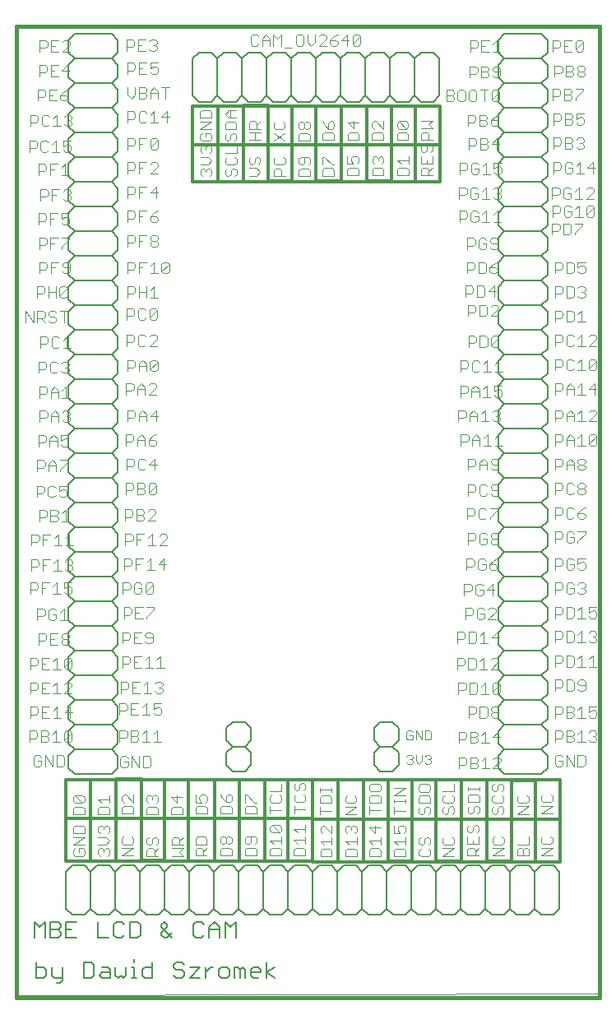
<source format=gto>
G75*
%MOIN*%
%OFA0B0*%
%FSLAX25Y25*%
%IPPOS*%
%LPD*%
%AMOC8*
5,1,8,0,0,1.08239X$1,22.5*
%
%ADD10C,0.00000*%
%ADD11C,0.00300*%
%ADD12C,0.00400*%
%ADD13C,0.00600*%
%ADD14C,0.01200*%
%ADD15C,0.01600*%
D10*
X0001739Y0002810D02*
X0001739Y0395311D01*
X0238660Y0395811D01*
X0238660Y0003310D01*
X0001739Y0002810D01*
D11*
X0159874Y0097092D02*
X0160492Y0096475D01*
X0161726Y0096475D01*
X0162343Y0097092D01*
X0162343Y0097710D01*
X0161726Y0098327D01*
X0161109Y0098327D01*
X0161726Y0098327D02*
X0162343Y0098944D01*
X0162343Y0099561D01*
X0161726Y0100178D01*
X0160492Y0100178D01*
X0159874Y0099561D01*
X0163558Y0100178D02*
X0163558Y0097710D01*
X0164792Y0096475D01*
X0166026Y0097710D01*
X0166026Y0100178D01*
X0167241Y0099561D02*
X0167858Y0100178D01*
X0169092Y0100178D01*
X0169709Y0099561D01*
X0169709Y0098944D01*
X0169092Y0098327D01*
X0169709Y0097710D01*
X0169709Y0097092D01*
X0169092Y0096475D01*
X0167858Y0096475D01*
X0167241Y0097092D01*
X0168475Y0098327D02*
X0169092Y0098327D01*
X0169092Y0106318D02*
X0167241Y0106318D01*
X0167241Y0110021D01*
X0169092Y0110021D01*
X0169709Y0109404D01*
X0169709Y0106935D01*
X0169092Y0106318D01*
X0166026Y0106318D02*
X0166026Y0110021D01*
X0163558Y0110021D02*
X0163558Y0106318D01*
X0162343Y0106935D02*
X0162343Y0108169D01*
X0161109Y0108169D01*
X0162343Y0106935D02*
X0161726Y0106318D01*
X0160492Y0106318D01*
X0159874Y0106935D01*
X0159874Y0109404D01*
X0160492Y0110021D01*
X0161726Y0110021D01*
X0162343Y0109404D01*
X0163558Y0110021D02*
X0166026Y0106318D01*
D12*
X0165511Y0088291D02*
X0164743Y0087523D01*
X0164743Y0085989D01*
X0165511Y0085221D01*
X0168580Y0085221D01*
X0169347Y0085989D01*
X0169347Y0087523D01*
X0168580Y0088291D01*
X0165511Y0088291D01*
X0165511Y0083687D02*
X0164743Y0082919D01*
X0164743Y0080617D01*
X0169347Y0080617D01*
X0169347Y0082919D01*
X0168580Y0083687D01*
X0165511Y0083687D01*
X0165511Y0079083D02*
X0164743Y0078315D01*
X0164743Y0076781D01*
X0165511Y0076013D01*
X0166278Y0076013D01*
X0167045Y0076781D01*
X0167045Y0078315D01*
X0167813Y0079083D01*
X0168580Y0079083D01*
X0169347Y0078315D01*
X0169347Y0076781D01*
X0168580Y0076013D01*
X0174543Y0076981D02*
X0175311Y0076213D01*
X0176078Y0076213D01*
X0176845Y0076981D01*
X0176845Y0078515D01*
X0177613Y0079283D01*
X0178380Y0079283D01*
X0179147Y0078515D01*
X0179147Y0076981D01*
X0178380Y0076213D01*
X0178380Y0080817D02*
X0179147Y0081585D01*
X0179147Y0083119D01*
X0178380Y0083887D01*
X0179147Y0085421D02*
X0179147Y0088491D01*
X0179147Y0085421D02*
X0174543Y0085421D01*
X0175311Y0083887D02*
X0174543Y0083119D01*
X0174543Y0081585D01*
X0175311Y0080817D01*
X0178380Y0080817D01*
X0175311Y0079283D02*
X0174543Y0078515D01*
X0174543Y0076981D01*
X0175211Y0066887D02*
X0174443Y0066119D01*
X0174443Y0064585D01*
X0175211Y0063817D01*
X0178280Y0063817D01*
X0179047Y0064585D01*
X0179047Y0066119D01*
X0178280Y0066887D01*
X0179047Y0062283D02*
X0174443Y0062283D01*
X0174443Y0059213D02*
X0179047Y0062283D01*
X0179047Y0059213D02*
X0174443Y0059213D01*
X0169447Y0059881D02*
X0168680Y0059113D01*
X0165611Y0059113D01*
X0164843Y0059881D01*
X0164843Y0061415D01*
X0165611Y0062183D01*
X0165611Y0063717D02*
X0166378Y0063717D01*
X0167145Y0064485D01*
X0167145Y0066019D01*
X0167913Y0066787D01*
X0168680Y0066787D01*
X0169447Y0066019D01*
X0169447Y0064485D01*
X0168680Y0063717D01*
X0168680Y0062183D02*
X0169447Y0061415D01*
X0169447Y0059881D01*
X0165611Y0063717D02*
X0164843Y0064485D01*
X0164843Y0066019D01*
X0165611Y0066787D01*
X0159347Y0066787D02*
X0159347Y0063717D01*
X0159347Y0065252D02*
X0154743Y0065252D01*
X0156278Y0063717D01*
X0155511Y0062183D02*
X0154743Y0061415D01*
X0154743Y0059113D01*
X0159347Y0059113D01*
X0159347Y0061415D01*
X0158580Y0062183D01*
X0155511Y0062183D01*
X0154743Y0068321D02*
X0157045Y0068321D01*
X0156278Y0069856D01*
X0156278Y0070623D01*
X0157045Y0071391D01*
X0158580Y0071391D01*
X0159347Y0070623D01*
X0159347Y0069089D01*
X0158580Y0068321D01*
X0154743Y0068321D02*
X0154743Y0071391D01*
X0154643Y0076013D02*
X0154643Y0079083D01*
X0154643Y0080617D02*
X0154643Y0082152D01*
X0154643Y0081385D02*
X0159247Y0081385D01*
X0159247Y0082152D02*
X0159247Y0080617D01*
X0159247Y0077548D02*
X0154643Y0077548D01*
X0149347Y0077748D02*
X0144743Y0077748D01*
X0144743Y0076213D02*
X0144743Y0079283D01*
X0144743Y0080817D02*
X0144743Y0083119D01*
X0145511Y0083887D01*
X0148580Y0083887D01*
X0149347Y0083119D01*
X0149347Y0080817D01*
X0144743Y0080817D01*
X0145511Y0085421D02*
X0148580Y0085421D01*
X0149347Y0086189D01*
X0149347Y0087723D01*
X0148580Y0088491D01*
X0145511Y0088491D01*
X0144743Y0087723D01*
X0144743Y0086189D01*
X0145511Y0085421D01*
X0139547Y0082919D02*
X0138780Y0083687D01*
X0139547Y0082919D02*
X0139547Y0081385D01*
X0138780Y0080617D01*
X0135711Y0080617D01*
X0134943Y0081385D01*
X0134943Y0082919D01*
X0135711Y0083687D01*
X0134943Y0079083D02*
X0139547Y0079083D01*
X0134943Y0076013D01*
X0139547Y0076013D01*
X0138880Y0071391D02*
X0139647Y0070623D01*
X0139647Y0069089D01*
X0138880Y0068321D01*
X0139647Y0066787D02*
X0139647Y0063717D01*
X0139647Y0065252D02*
X0135043Y0065252D01*
X0136578Y0063717D01*
X0135811Y0062183D02*
X0135043Y0061415D01*
X0135043Y0059113D01*
X0139647Y0059113D01*
X0139647Y0061415D01*
X0138880Y0062183D01*
X0135811Y0062183D01*
X0135811Y0068321D02*
X0135043Y0069089D01*
X0135043Y0070623D01*
X0135811Y0071391D01*
X0136578Y0071391D01*
X0137345Y0070623D01*
X0138113Y0071391D01*
X0138880Y0071391D01*
X0137345Y0070623D02*
X0137345Y0069856D01*
X0144643Y0070723D02*
X0146945Y0068421D01*
X0146945Y0071491D01*
X0149247Y0070723D02*
X0144643Y0070723D01*
X0144643Y0065352D02*
X0149247Y0065352D01*
X0149247Y0063817D02*
X0149247Y0066887D01*
X0146178Y0063817D02*
X0144643Y0065352D01*
X0145411Y0062283D02*
X0144643Y0061515D01*
X0144643Y0059213D01*
X0149247Y0059213D01*
X0149247Y0061515D01*
X0148480Y0062283D01*
X0145411Y0062283D01*
X0154643Y0083687D02*
X0159247Y0086756D01*
X0154643Y0086756D01*
X0154643Y0083687D02*
X0159247Y0083687D01*
X0181062Y0094641D02*
X0181062Y0099245D01*
X0183364Y0099245D01*
X0184131Y0098478D01*
X0184131Y0096943D01*
X0183364Y0096176D01*
X0181062Y0096176D01*
X0185666Y0096943D02*
X0187968Y0096943D01*
X0188735Y0096176D01*
X0188735Y0095408D01*
X0187968Y0094641D01*
X0185666Y0094641D01*
X0185666Y0099245D01*
X0187968Y0099245D01*
X0188735Y0098478D01*
X0188735Y0097710D01*
X0187968Y0096943D01*
X0190270Y0097710D02*
X0191805Y0099245D01*
X0191805Y0094641D01*
X0193339Y0094641D02*
X0190270Y0094641D01*
X0194874Y0094641D02*
X0197943Y0097710D01*
X0197943Y0098478D01*
X0197176Y0099245D01*
X0195641Y0099245D01*
X0194874Y0098478D01*
X0194874Y0094641D02*
X0197943Y0094641D01*
X0197613Y0088491D02*
X0196845Y0087723D01*
X0196845Y0086189D01*
X0196078Y0085421D01*
X0195311Y0085421D01*
X0194543Y0086189D01*
X0194543Y0087723D01*
X0195311Y0088491D01*
X0197613Y0088491D02*
X0198380Y0088491D01*
X0199147Y0087723D01*
X0199147Y0086189D01*
X0198380Y0085421D01*
X0198380Y0083887D02*
X0199147Y0083119D01*
X0199147Y0081585D01*
X0198380Y0080817D01*
X0195311Y0080817D01*
X0194543Y0081585D01*
X0194543Y0083119D01*
X0195311Y0083887D01*
X0195311Y0079283D02*
X0194543Y0078515D01*
X0194543Y0076981D01*
X0195311Y0076213D01*
X0196078Y0076213D01*
X0196845Y0076981D01*
X0196845Y0078515D01*
X0197613Y0079283D01*
X0198380Y0079283D01*
X0199147Y0078515D01*
X0199147Y0076981D01*
X0198380Y0076213D01*
X0204643Y0076213D02*
X0209247Y0079283D01*
X0204643Y0079283D01*
X0205411Y0080817D02*
X0204643Y0081585D01*
X0204643Y0083119D01*
X0205411Y0083887D01*
X0208480Y0083887D02*
X0209247Y0083119D01*
X0209247Y0081585D01*
X0208480Y0080817D01*
X0205411Y0080817D01*
X0204643Y0076213D02*
X0209247Y0076213D01*
X0214443Y0076413D02*
X0219047Y0079483D01*
X0214443Y0079483D01*
X0215211Y0081017D02*
X0218280Y0081017D01*
X0219047Y0081785D01*
X0219047Y0083319D01*
X0218280Y0084087D01*
X0215211Y0084087D02*
X0214443Y0083319D01*
X0214443Y0081785D01*
X0215211Y0081017D01*
X0214443Y0076413D02*
X0219047Y0076413D01*
X0218180Y0067087D02*
X0218947Y0066319D01*
X0218947Y0064785D01*
X0218180Y0064017D01*
X0215111Y0064017D01*
X0214343Y0064785D01*
X0214343Y0066319D01*
X0215111Y0067087D01*
X0214343Y0062483D02*
X0218947Y0062483D01*
X0214343Y0059413D01*
X0218947Y0059413D01*
X0209347Y0059313D02*
X0209347Y0061615D01*
X0208580Y0062383D01*
X0207813Y0062383D01*
X0207045Y0061615D01*
X0207045Y0059313D01*
X0204743Y0059313D02*
X0204743Y0061615D01*
X0205511Y0062383D01*
X0206278Y0062383D01*
X0207045Y0061615D01*
X0209347Y0059313D02*
X0204743Y0059313D01*
X0204743Y0063917D02*
X0209347Y0063917D01*
X0209347Y0066987D01*
X0199247Y0066219D02*
X0198480Y0066987D01*
X0199247Y0066219D02*
X0199247Y0064685D01*
X0198480Y0063917D01*
X0195411Y0063917D01*
X0194643Y0064685D01*
X0194643Y0066219D01*
X0195411Y0066987D01*
X0194643Y0062383D02*
X0199247Y0062383D01*
X0194643Y0059313D01*
X0199247Y0059313D01*
X0189147Y0059413D02*
X0184543Y0059413D01*
X0184543Y0061715D01*
X0185311Y0062483D01*
X0186845Y0062483D01*
X0187613Y0061715D01*
X0187613Y0059413D01*
X0187613Y0060948D02*
X0189147Y0062483D01*
X0189147Y0064017D02*
X0189147Y0067087D01*
X0188380Y0068621D02*
X0189147Y0069389D01*
X0189147Y0070923D01*
X0188380Y0071691D01*
X0187613Y0071691D01*
X0186845Y0070923D01*
X0186845Y0069389D01*
X0186078Y0068621D01*
X0185311Y0068621D01*
X0184543Y0069389D01*
X0184543Y0070923D01*
X0185311Y0071691D01*
X0185411Y0076413D02*
X0186178Y0076413D01*
X0186945Y0077181D01*
X0186945Y0078715D01*
X0187713Y0079483D01*
X0188480Y0079483D01*
X0189247Y0078715D01*
X0189247Y0077181D01*
X0188480Y0076413D01*
X0189247Y0081017D02*
X0189247Y0083319D01*
X0188480Y0084087D01*
X0185411Y0084087D01*
X0184643Y0083319D01*
X0184643Y0081017D01*
X0189247Y0081017D01*
X0189247Y0085621D02*
X0189247Y0087156D01*
X0189247Y0086389D02*
X0184643Y0086389D01*
X0184643Y0087156D02*
X0184643Y0085621D01*
X0185411Y0079483D02*
X0184643Y0078715D01*
X0184643Y0077181D01*
X0185411Y0076413D01*
X0184543Y0067087D02*
X0184543Y0064017D01*
X0189147Y0064017D01*
X0186845Y0064017D02*
X0186845Y0065552D01*
X0187868Y0104983D02*
X0185566Y0104983D01*
X0185566Y0109587D01*
X0187868Y0109587D01*
X0188635Y0108820D01*
X0188635Y0108053D01*
X0187868Y0107285D01*
X0185566Y0107285D01*
X0184031Y0107285D02*
X0183264Y0106518D01*
X0180962Y0106518D01*
X0180962Y0104983D02*
X0180962Y0109587D01*
X0183264Y0109587D01*
X0184031Y0108820D01*
X0184031Y0107285D01*
X0187868Y0107285D02*
X0188635Y0106518D01*
X0188635Y0105751D01*
X0187868Y0104983D01*
X0190170Y0104983D02*
X0193239Y0104983D01*
X0191705Y0104983D02*
X0191705Y0109587D01*
X0190170Y0108053D01*
X0194774Y0107285D02*
X0197843Y0107285D01*
X0197076Y0104983D02*
X0197076Y0109587D01*
X0194774Y0107285D01*
X0194890Y0115226D02*
X0194123Y0115993D01*
X0194123Y0116761D01*
X0194890Y0117528D01*
X0196425Y0117528D01*
X0197192Y0116761D01*
X0197192Y0115993D01*
X0196425Y0115226D01*
X0194890Y0115226D01*
X0194890Y0117528D02*
X0194123Y0118295D01*
X0194123Y0119063D01*
X0194890Y0119830D01*
X0196425Y0119830D01*
X0197192Y0119063D01*
X0197192Y0118295D01*
X0196425Y0117528D01*
X0192588Y0119063D02*
X0191821Y0119830D01*
X0189519Y0119830D01*
X0189519Y0115226D01*
X0191821Y0115226D01*
X0192588Y0115993D01*
X0192588Y0119063D01*
X0187984Y0119063D02*
X0187984Y0117528D01*
X0187217Y0116761D01*
X0184915Y0116761D01*
X0184915Y0115226D02*
X0184915Y0119830D01*
X0187217Y0119830D01*
X0187984Y0119063D01*
X0187768Y0124869D02*
X0188535Y0125636D01*
X0188535Y0128705D01*
X0187768Y0129472D01*
X0185466Y0129472D01*
X0185466Y0124869D01*
X0187768Y0124869D01*
X0190070Y0124869D02*
X0193139Y0124869D01*
X0191605Y0124869D02*
X0191605Y0129472D01*
X0190070Y0127938D01*
X0189470Y0134895D02*
X0192539Y0134895D01*
X0191005Y0134895D02*
X0191005Y0139499D01*
X0189470Y0137965D01*
X0187935Y0138732D02*
X0187168Y0139499D01*
X0184866Y0139499D01*
X0184866Y0134895D01*
X0187168Y0134895D01*
X0187935Y0135663D01*
X0187935Y0138732D01*
X0183331Y0138732D02*
X0183331Y0137197D01*
X0182564Y0136430D01*
X0180262Y0136430D01*
X0180262Y0134895D02*
X0180262Y0139499D01*
X0182564Y0139499D01*
X0183331Y0138732D01*
X0185066Y0145538D02*
X0187368Y0145538D01*
X0188135Y0146305D01*
X0188135Y0149374D01*
X0187368Y0150142D01*
X0185066Y0150142D01*
X0185066Y0145538D01*
X0183531Y0147840D02*
X0182764Y0147072D01*
X0180462Y0147072D01*
X0180462Y0145538D02*
X0180462Y0150142D01*
X0182764Y0150142D01*
X0183531Y0149374D01*
X0183531Y0147840D01*
X0189670Y0148607D02*
X0191205Y0150142D01*
X0191205Y0145538D01*
X0192739Y0145538D02*
X0189670Y0145538D01*
X0194274Y0147840D02*
X0197343Y0147840D01*
X0196576Y0150142D02*
X0194274Y0147840D01*
X0196576Y0145538D02*
X0196576Y0150142D01*
X0195892Y0155180D02*
X0192823Y0155180D01*
X0195892Y0158250D01*
X0195892Y0159017D01*
X0195125Y0159784D01*
X0193590Y0159784D01*
X0192823Y0159017D01*
X0191288Y0159017D02*
X0190521Y0159784D01*
X0188986Y0159784D01*
X0188219Y0159017D01*
X0188219Y0155948D01*
X0188986Y0155180D01*
X0190521Y0155180D01*
X0191288Y0155948D01*
X0191288Y0157482D01*
X0189754Y0157482D01*
X0186684Y0157482D02*
X0186684Y0159017D01*
X0185917Y0159784D01*
X0183615Y0159784D01*
X0183615Y0155180D01*
X0183615Y0156715D02*
X0185917Y0156715D01*
X0186684Y0157482D01*
X0188586Y0164823D02*
X0187819Y0165590D01*
X0187819Y0168659D01*
X0188586Y0169427D01*
X0190121Y0169427D01*
X0190888Y0168659D01*
X0190888Y0167125D02*
X0189354Y0167125D01*
X0190888Y0167125D02*
X0190888Y0165590D01*
X0190121Y0164823D01*
X0188586Y0164823D01*
X0186284Y0167125D02*
X0185517Y0166357D01*
X0183215Y0166357D01*
X0183215Y0164823D02*
X0183215Y0169427D01*
X0185517Y0169427D01*
X0186284Y0168659D01*
X0186284Y0167125D01*
X0192423Y0167125D02*
X0195492Y0167125D01*
X0194725Y0164823D02*
X0194725Y0169427D01*
X0192423Y0167125D01*
X0191121Y0175065D02*
X0189586Y0175065D01*
X0188819Y0175833D01*
X0188819Y0178902D01*
X0189586Y0179669D01*
X0191121Y0179669D01*
X0191888Y0178902D01*
X0191888Y0177367D02*
X0190354Y0177367D01*
X0191888Y0177367D02*
X0191888Y0175833D01*
X0191121Y0175065D01*
X0193423Y0175833D02*
X0194190Y0175065D01*
X0195725Y0175065D01*
X0196492Y0175833D01*
X0196492Y0176600D01*
X0195725Y0177367D01*
X0193423Y0177367D01*
X0193423Y0175833D01*
X0193423Y0177367D02*
X0194957Y0178902D01*
X0196492Y0179669D01*
X0196225Y0185492D02*
X0194690Y0185492D01*
X0193923Y0186259D01*
X0193923Y0187027D01*
X0194690Y0187794D01*
X0196225Y0187794D01*
X0196992Y0187027D01*
X0196992Y0186259D01*
X0196225Y0185492D01*
X0196225Y0187794D02*
X0196992Y0188561D01*
X0196992Y0189329D01*
X0196225Y0190096D01*
X0194690Y0190096D01*
X0193923Y0189329D01*
X0193923Y0188561D01*
X0194690Y0187794D01*
X0192388Y0187794D02*
X0192388Y0186259D01*
X0191621Y0185492D01*
X0190086Y0185492D01*
X0189319Y0186259D01*
X0189319Y0189329D01*
X0190086Y0190096D01*
X0191621Y0190096D01*
X0192388Y0189329D01*
X0192388Y0187794D02*
X0190854Y0187794D01*
X0187784Y0187794D02*
X0187017Y0187027D01*
X0184715Y0187027D01*
X0184715Y0185492D02*
X0184715Y0190096D01*
X0187017Y0190096D01*
X0187784Y0189329D01*
X0187784Y0187794D01*
X0189786Y0195635D02*
X0191321Y0195635D01*
X0192088Y0196402D01*
X0193623Y0196402D02*
X0193623Y0195635D01*
X0193623Y0196402D02*
X0196692Y0199471D01*
X0196692Y0200239D01*
X0193623Y0200239D01*
X0192088Y0199471D02*
X0191321Y0200239D01*
X0189786Y0200239D01*
X0189019Y0199471D01*
X0189019Y0196402D01*
X0189786Y0195635D01*
X0187484Y0197937D02*
X0187484Y0199471D01*
X0186717Y0200239D01*
X0184415Y0200239D01*
X0184415Y0195635D01*
X0184415Y0197169D02*
X0186717Y0197169D01*
X0187484Y0197937D01*
X0190086Y0205277D02*
X0191621Y0205277D01*
X0192388Y0206044D01*
X0193923Y0206044D02*
X0194690Y0205277D01*
X0196225Y0205277D01*
X0196992Y0206044D01*
X0196992Y0209114D01*
X0196225Y0209881D01*
X0194690Y0209881D01*
X0193923Y0209114D01*
X0193923Y0208346D01*
X0194690Y0207579D01*
X0196992Y0207579D01*
X0192388Y0209114D02*
X0191621Y0209881D01*
X0190086Y0209881D01*
X0189319Y0209114D01*
X0189319Y0206044D01*
X0190086Y0205277D01*
X0187784Y0207579D02*
X0187017Y0206812D01*
X0184715Y0206812D01*
X0184715Y0205277D02*
X0184715Y0209881D01*
X0187017Y0209881D01*
X0187784Y0209114D01*
X0187784Y0207579D01*
X0189403Y0215620D02*
X0189403Y0218689D01*
X0190938Y0220224D01*
X0192472Y0218689D01*
X0192472Y0215620D01*
X0194007Y0216387D02*
X0194774Y0215620D01*
X0196309Y0215620D01*
X0197076Y0216387D01*
X0197076Y0219456D01*
X0196309Y0220224D01*
X0194774Y0220224D01*
X0194007Y0219456D01*
X0194007Y0218689D01*
X0194774Y0217922D01*
X0197076Y0217922D01*
X0192472Y0217922D02*
X0189403Y0217922D01*
X0187868Y0217922D02*
X0187101Y0217154D01*
X0184799Y0217154D01*
X0184799Y0215620D02*
X0184799Y0220224D01*
X0187101Y0220224D01*
X0187868Y0219456D01*
X0187868Y0217922D01*
X0186450Y0225462D02*
X0186450Y0228531D01*
X0187985Y0230066D01*
X0189520Y0228531D01*
X0189520Y0225462D01*
X0191054Y0225462D02*
X0194124Y0225462D01*
X0195658Y0225462D02*
X0198728Y0225462D01*
X0197193Y0225462D02*
X0197193Y0230066D01*
X0195658Y0228531D01*
X0192589Y0230066D02*
X0192589Y0225462D01*
X0191054Y0228531D02*
X0192589Y0230066D01*
X0189520Y0227764D02*
X0186450Y0227764D01*
X0184916Y0227764D02*
X0184148Y0226997D01*
X0181846Y0226997D01*
X0181846Y0225462D02*
X0181846Y0230066D01*
X0184148Y0230066D01*
X0184916Y0229299D01*
X0184916Y0227764D01*
X0185466Y0235305D02*
X0185466Y0238374D01*
X0187001Y0239909D01*
X0188535Y0238374D01*
X0188535Y0235305D01*
X0190070Y0235305D02*
X0193139Y0235305D01*
X0191605Y0235305D02*
X0191605Y0239909D01*
X0190070Y0238374D01*
X0188535Y0237607D02*
X0185466Y0237607D01*
X0183931Y0237607D02*
X0183931Y0239141D01*
X0183164Y0239909D01*
X0180862Y0239909D01*
X0180862Y0235305D01*
X0180862Y0236839D02*
X0183164Y0236839D01*
X0183931Y0237607D01*
X0186166Y0245231D02*
X0186166Y0248301D01*
X0187701Y0249835D01*
X0189235Y0248301D01*
X0189235Y0245231D01*
X0190770Y0245231D02*
X0193839Y0245231D01*
X0192305Y0245231D02*
X0192305Y0249835D01*
X0190770Y0248301D01*
X0189235Y0247533D02*
X0186166Y0247533D01*
X0184631Y0247533D02*
X0183864Y0246766D01*
X0181562Y0246766D01*
X0181562Y0245231D02*
X0181562Y0249835D01*
X0183864Y0249835D01*
X0184631Y0249068D01*
X0184631Y0247533D01*
X0187133Y0255374D02*
X0188668Y0255374D01*
X0189435Y0256141D01*
X0190970Y0255374D02*
X0194039Y0255374D01*
X0192505Y0255374D02*
X0192505Y0259978D01*
X0190970Y0258443D01*
X0189435Y0259211D02*
X0188668Y0259978D01*
X0187133Y0259978D01*
X0186366Y0259211D01*
X0186366Y0256141D01*
X0187133Y0255374D01*
X0184831Y0257676D02*
X0184831Y0259211D01*
X0184064Y0259978D01*
X0181762Y0259978D01*
X0181762Y0255374D01*
X0181762Y0256909D02*
X0184064Y0256909D01*
X0184831Y0257676D01*
X0184915Y0265417D02*
X0184915Y0270020D01*
X0187217Y0270020D01*
X0187984Y0269253D01*
X0187984Y0267718D01*
X0187217Y0266951D01*
X0184915Y0266951D01*
X0189519Y0265417D02*
X0191821Y0265417D01*
X0192588Y0266184D01*
X0192588Y0269253D01*
X0191821Y0270020D01*
X0189519Y0270020D01*
X0189519Y0265417D01*
X0194123Y0266184D02*
X0197192Y0269253D01*
X0197192Y0266184D01*
X0196425Y0265417D01*
X0194890Y0265417D01*
X0194123Y0266184D01*
X0194123Y0269253D01*
X0194890Y0270020D01*
X0196425Y0270020D01*
X0197192Y0269253D01*
X0196992Y0277959D02*
X0193923Y0277959D01*
X0196992Y0281028D01*
X0196992Y0281796D01*
X0196225Y0282563D01*
X0194690Y0282563D01*
X0193923Y0281796D01*
X0192388Y0281796D02*
X0191621Y0282563D01*
X0189319Y0282563D01*
X0189319Y0277959D01*
X0191621Y0277959D01*
X0192388Y0278726D01*
X0192388Y0281796D01*
X0190721Y0285702D02*
X0188419Y0285702D01*
X0188419Y0290305D01*
X0190721Y0290305D01*
X0191488Y0289538D01*
X0191488Y0286469D01*
X0190721Y0285702D01*
X0193023Y0288004D02*
X0196092Y0288004D01*
X0195325Y0290305D02*
X0195325Y0285702D01*
X0193023Y0288004D02*
X0195325Y0290305D01*
X0195825Y0295344D02*
X0194290Y0295344D01*
X0193523Y0296111D01*
X0193523Y0297646D01*
X0195825Y0297646D01*
X0196592Y0296879D01*
X0196592Y0296111D01*
X0195825Y0295344D01*
X0193523Y0297646D02*
X0195057Y0299181D01*
X0196592Y0299948D01*
X0196025Y0305071D02*
X0194490Y0305071D01*
X0193723Y0305838D01*
X0192188Y0305838D02*
X0192188Y0307373D01*
X0190654Y0307373D01*
X0192188Y0308907D02*
X0191421Y0309675D01*
X0189886Y0309675D01*
X0189119Y0308907D01*
X0189119Y0305838D01*
X0189886Y0305071D01*
X0191421Y0305071D01*
X0192188Y0305838D01*
X0194490Y0307373D02*
X0196792Y0307373D01*
X0196792Y0308907D02*
X0196025Y0309675D01*
X0194490Y0309675D01*
X0193723Y0308907D01*
X0193723Y0308140D01*
X0194490Y0307373D01*
X0196792Y0305838D02*
X0196792Y0308907D01*
X0196792Y0305838D02*
X0196025Y0305071D01*
X0191221Y0299948D02*
X0188919Y0299948D01*
X0188919Y0295344D01*
X0191221Y0295344D01*
X0191988Y0296111D01*
X0191988Y0299181D01*
X0191221Y0299948D01*
X0187384Y0299181D02*
X0187384Y0297646D01*
X0186617Y0296879D01*
X0184315Y0296879D01*
X0184315Y0295344D02*
X0184315Y0299948D01*
X0186617Y0299948D01*
X0187384Y0299181D01*
X0184515Y0305071D02*
X0184515Y0309675D01*
X0186817Y0309675D01*
X0187584Y0308907D01*
X0187584Y0307373D01*
X0186817Y0306605D01*
X0184515Y0306605D01*
X0186633Y0316013D02*
X0188168Y0316013D01*
X0188935Y0316781D01*
X0188935Y0318315D01*
X0187401Y0318315D01*
X0185866Y0319850D02*
X0185866Y0316781D01*
X0186633Y0316013D01*
X0184331Y0318315D02*
X0183564Y0317548D01*
X0181262Y0317548D01*
X0181262Y0316013D02*
X0181262Y0320617D01*
X0183564Y0320617D01*
X0184331Y0319850D01*
X0184331Y0318315D01*
X0185866Y0319850D02*
X0186633Y0320617D01*
X0188168Y0320617D01*
X0188935Y0319850D01*
X0190470Y0319083D02*
X0192005Y0320617D01*
X0192005Y0316013D01*
X0193539Y0316013D02*
X0190470Y0316013D01*
X0195074Y0316013D02*
X0198143Y0316013D01*
X0196609Y0316013D02*
X0196609Y0320617D01*
X0195074Y0319083D01*
X0195757Y0325456D02*
X0194990Y0326223D01*
X0195757Y0325456D02*
X0197292Y0325456D01*
X0198059Y0326223D01*
X0198059Y0326991D01*
X0197292Y0327758D01*
X0196524Y0327758D01*
X0197292Y0327758D02*
X0198059Y0328525D01*
X0198059Y0329293D01*
X0197292Y0330060D01*
X0195757Y0330060D01*
X0194990Y0329293D01*
X0191920Y0330060D02*
X0191920Y0325456D01*
X0190386Y0325456D02*
X0193455Y0325456D01*
X0190386Y0328525D02*
X0191920Y0330060D01*
X0188851Y0329293D02*
X0188084Y0330060D01*
X0186549Y0330060D01*
X0185782Y0329293D01*
X0185782Y0326223D01*
X0186549Y0325456D01*
X0188084Y0325456D01*
X0188851Y0326223D01*
X0188851Y0327758D01*
X0187317Y0327758D01*
X0184247Y0327758D02*
X0183480Y0326991D01*
X0181178Y0326991D01*
X0181178Y0325456D02*
X0181178Y0330060D01*
X0183480Y0330060D01*
X0184247Y0329293D01*
X0184247Y0327758D01*
X0186749Y0335598D02*
X0188284Y0335598D01*
X0189051Y0336366D01*
X0189051Y0337900D01*
X0187517Y0337900D01*
X0189051Y0339435D02*
X0188284Y0340202D01*
X0186749Y0340202D01*
X0185982Y0339435D01*
X0185982Y0336366D01*
X0186749Y0335598D01*
X0184447Y0337900D02*
X0183680Y0337133D01*
X0181378Y0337133D01*
X0181378Y0335598D02*
X0181378Y0340202D01*
X0183680Y0340202D01*
X0184447Y0339435D01*
X0184447Y0337900D01*
X0185015Y0345441D02*
X0185015Y0350045D01*
X0187317Y0350045D01*
X0188084Y0349278D01*
X0188084Y0347743D01*
X0187317Y0346976D01*
X0185015Y0346976D01*
X0189619Y0347743D02*
X0191921Y0347743D01*
X0192688Y0346976D01*
X0192688Y0346208D01*
X0191921Y0345441D01*
X0189619Y0345441D01*
X0189619Y0350045D01*
X0191921Y0350045D01*
X0192688Y0349278D01*
X0192688Y0348510D01*
X0191921Y0347743D01*
X0194223Y0347743D02*
X0197292Y0347743D01*
X0196525Y0345441D02*
X0196525Y0350045D01*
X0194223Y0347743D01*
X0194790Y0354983D02*
X0196325Y0354983D01*
X0197092Y0355751D01*
X0197092Y0356518D01*
X0196325Y0357285D01*
X0194023Y0357285D01*
X0194023Y0355751D01*
X0194790Y0354983D01*
X0192488Y0355751D02*
X0191721Y0354983D01*
X0189419Y0354983D01*
X0189419Y0359587D01*
X0191721Y0359587D01*
X0192488Y0358820D01*
X0192488Y0358053D01*
X0191721Y0357285D01*
X0189419Y0357285D01*
X0187884Y0357285D02*
X0187117Y0356518D01*
X0184815Y0356518D01*
X0184815Y0354983D02*
X0184815Y0359587D01*
X0187117Y0359587D01*
X0187884Y0358820D01*
X0187884Y0357285D01*
X0191721Y0357285D02*
X0192488Y0356518D01*
X0192488Y0355751D01*
X0194023Y0357285D02*
X0195557Y0358820D01*
X0197092Y0359587D01*
X0196652Y0365045D02*
X0195118Y0365045D01*
X0194350Y0365812D01*
X0197420Y0368881D01*
X0197420Y0365812D01*
X0196652Y0365045D01*
X0194350Y0365812D02*
X0194350Y0368881D01*
X0195118Y0369649D01*
X0196652Y0369649D01*
X0197420Y0368881D01*
X0192816Y0369649D02*
X0189746Y0369649D01*
X0191281Y0369649D02*
X0191281Y0365045D01*
X0188212Y0365812D02*
X0188212Y0368881D01*
X0187444Y0369649D01*
X0185910Y0369649D01*
X0185142Y0368881D01*
X0185142Y0365812D01*
X0185910Y0365045D01*
X0187444Y0365045D01*
X0188212Y0365812D01*
X0183608Y0365812D02*
X0183608Y0368881D01*
X0182841Y0369649D01*
X0181306Y0369649D01*
X0180539Y0368881D01*
X0180539Y0365812D01*
X0181306Y0365045D01*
X0182841Y0365045D01*
X0183608Y0365812D01*
X0179004Y0365812D02*
X0178237Y0365045D01*
X0175935Y0365045D01*
X0175935Y0369649D01*
X0178237Y0369649D01*
X0179004Y0368881D01*
X0179004Y0368114D01*
X0178237Y0367347D01*
X0175935Y0367347D01*
X0178237Y0367347D02*
X0179004Y0366580D01*
X0179004Y0365812D01*
X0185499Y0374669D02*
X0185499Y0379272D01*
X0187801Y0379272D01*
X0188568Y0378505D01*
X0188568Y0376970D01*
X0187801Y0376203D01*
X0185499Y0376203D01*
X0190103Y0376970D02*
X0192405Y0376970D01*
X0193172Y0376203D01*
X0193172Y0375436D01*
X0192405Y0374669D01*
X0190103Y0374669D01*
X0190103Y0379272D01*
X0192405Y0379272D01*
X0193172Y0378505D01*
X0193172Y0377738D01*
X0192405Y0376970D01*
X0194707Y0377738D02*
X0195474Y0376970D01*
X0197776Y0376970D01*
X0197776Y0375436D02*
X0197776Y0378505D01*
X0197009Y0379272D01*
X0195474Y0379272D01*
X0194707Y0378505D01*
X0194707Y0377738D01*
X0194707Y0375436D02*
X0195474Y0374669D01*
X0197009Y0374669D01*
X0197776Y0375436D01*
X0197864Y0385157D02*
X0194794Y0385157D01*
X0193260Y0385157D02*
X0190191Y0385157D01*
X0190191Y0389761D01*
X0193260Y0389761D01*
X0194794Y0388227D02*
X0196329Y0389761D01*
X0196329Y0385157D01*
X0191725Y0387459D02*
X0190191Y0387459D01*
X0188656Y0387459D02*
X0187889Y0386692D01*
X0185587Y0386692D01*
X0185587Y0385157D02*
X0185587Y0389761D01*
X0187889Y0389761D01*
X0188656Y0388994D01*
X0188656Y0387459D01*
X0170347Y0357187D02*
X0165743Y0357187D01*
X0165743Y0354117D02*
X0170347Y0354117D01*
X0168813Y0355652D01*
X0170347Y0357187D01*
X0168045Y0352583D02*
X0168813Y0351815D01*
X0168813Y0349513D01*
X0170347Y0349513D02*
X0165743Y0349513D01*
X0165743Y0351815D01*
X0166511Y0352583D01*
X0168045Y0352583D01*
X0168713Y0347391D02*
X0167945Y0346623D01*
X0167945Y0345089D01*
X0167178Y0344321D01*
X0166411Y0344321D01*
X0165643Y0345089D01*
X0165643Y0346623D01*
X0166411Y0347391D01*
X0168713Y0347391D02*
X0169480Y0347391D01*
X0170247Y0346623D01*
X0170247Y0345089D01*
X0169480Y0344321D01*
X0170247Y0342787D02*
X0170247Y0339717D01*
X0165643Y0339717D01*
X0165643Y0342787D01*
X0167945Y0341252D02*
X0167945Y0339717D01*
X0167945Y0338183D02*
X0168713Y0337415D01*
X0168713Y0335113D01*
X0170247Y0335113D02*
X0165643Y0335113D01*
X0165643Y0337415D01*
X0166411Y0338183D01*
X0167945Y0338183D01*
X0168713Y0336648D02*
X0170247Y0338183D01*
X0160647Y0337315D02*
X0159880Y0338083D01*
X0156811Y0338083D01*
X0156043Y0337315D01*
X0156043Y0335013D01*
X0160647Y0335013D01*
X0160647Y0337315D01*
X0160647Y0339617D02*
X0160647Y0342687D01*
X0160647Y0341152D02*
X0156043Y0341152D01*
X0157578Y0339617D01*
X0155943Y0349313D02*
X0155943Y0351615D01*
X0156711Y0352383D01*
X0159780Y0352383D01*
X0160547Y0351615D01*
X0160547Y0349313D01*
X0155943Y0349313D01*
X0156711Y0353917D02*
X0155943Y0354685D01*
X0155943Y0356219D01*
X0156711Y0356987D01*
X0159780Y0353917D01*
X0160547Y0354685D01*
X0160547Y0356219D01*
X0159780Y0356987D01*
X0156711Y0356987D01*
X0156711Y0353917D02*
X0159780Y0353917D01*
X0150447Y0353917D02*
X0147378Y0356987D01*
X0146611Y0356987D01*
X0145843Y0356219D01*
X0145843Y0354685D01*
X0146611Y0353917D01*
X0146611Y0352383D02*
X0145843Y0351615D01*
X0145843Y0349313D01*
X0150447Y0349313D01*
X0150447Y0351615D01*
X0149680Y0352383D01*
X0146611Y0352383D01*
X0150447Y0353917D02*
X0150447Y0356987D01*
X0149780Y0342687D02*
X0149013Y0342687D01*
X0148245Y0341919D01*
X0148245Y0341152D01*
X0148245Y0341919D02*
X0147478Y0342687D01*
X0146711Y0342687D01*
X0145943Y0341919D01*
X0145943Y0340385D01*
X0146711Y0339617D01*
X0146711Y0338083D02*
X0145943Y0337315D01*
X0145943Y0335013D01*
X0150547Y0335013D01*
X0150547Y0337315D01*
X0149780Y0338083D01*
X0146711Y0338083D01*
X0149780Y0339617D02*
X0150547Y0340385D01*
X0150547Y0341919D01*
X0149780Y0342687D01*
X0140447Y0342019D02*
X0140447Y0340485D01*
X0139680Y0339717D01*
X0139680Y0338183D02*
X0136611Y0338183D01*
X0135843Y0337415D01*
X0135843Y0335113D01*
X0140447Y0335113D01*
X0140447Y0337415D01*
X0139680Y0338183D01*
X0138145Y0339717D02*
X0137378Y0341252D01*
X0137378Y0342019D01*
X0138145Y0342787D01*
X0139680Y0342787D01*
X0140447Y0342019D01*
X0138145Y0339717D02*
X0135843Y0339717D01*
X0135843Y0342787D01*
X0135943Y0349513D02*
X0135943Y0351815D01*
X0136711Y0352583D01*
X0139780Y0352583D01*
X0140547Y0351815D01*
X0140547Y0349513D01*
X0135943Y0349513D01*
X0138245Y0354117D02*
X0135943Y0356419D01*
X0140547Y0356419D01*
X0138245Y0357187D02*
X0138245Y0354117D01*
X0130447Y0354685D02*
X0130447Y0356219D01*
X0129680Y0356987D01*
X0128913Y0356987D01*
X0128145Y0356219D01*
X0128145Y0353917D01*
X0129680Y0353917D01*
X0130447Y0354685D01*
X0128145Y0353917D02*
X0126611Y0355452D01*
X0125843Y0356987D01*
X0126611Y0352383D02*
X0125843Y0351615D01*
X0125843Y0349313D01*
X0130447Y0349313D01*
X0130447Y0351615D01*
X0129680Y0352383D01*
X0126611Y0352383D01*
X0120647Y0351415D02*
X0120647Y0349113D01*
X0116043Y0349113D01*
X0116043Y0351415D01*
X0116811Y0352183D01*
X0119880Y0352183D01*
X0120647Y0351415D01*
X0119880Y0353717D02*
X0119113Y0353717D01*
X0118345Y0354485D01*
X0118345Y0356019D01*
X0119113Y0356787D01*
X0119880Y0356787D01*
X0120647Y0356019D01*
X0120647Y0354485D01*
X0119880Y0353717D01*
X0118345Y0354485D02*
X0117578Y0353717D01*
X0116811Y0353717D01*
X0116043Y0354485D01*
X0116043Y0356019D01*
X0116811Y0356787D01*
X0117578Y0356787D01*
X0118345Y0356019D01*
X0118445Y0342487D02*
X0118445Y0340185D01*
X0117678Y0339417D01*
X0116911Y0339417D01*
X0116143Y0340185D01*
X0116143Y0341719D01*
X0116911Y0342487D01*
X0119980Y0342487D01*
X0120747Y0341719D01*
X0120747Y0340185D01*
X0119980Y0339417D01*
X0119980Y0337883D02*
X0116911Y0337883D01*
X0116143Y0337115D01*
X0116143Y0334813D01*
X0120747Y0334813D01*
X0120747Y0337115D01*
X0119980Y0337883D01*
X0125743Y0337215D02*
X0125743Y0334913D01*
X0130347Y0334913D01*
X0130347Y0337215D01*
X0129580Y0337983D01*
X0126511Y0337983D01*
X0125743Y0337215D01*
X0125743Y0339517D02*
X0125743Y0342587D01*
X0126511Y0342587D01*
X0129580Y0339517D01*
X0130347Y0339517D01*
X0110647Y0340185D02*
X0110647Y0341719D01*
X0109880Y0342487D01*
X0110647Y0340185D02*
X0109880Y0339417D01*
X0106811Y0339417D01*
X0106043Y0340185D01*
X0106043Y0341719D01*
X0106811Y0342487D01*
X0106811Y0337883D02*
X0108345Y0337883D01*
X0109113Y0337115D01*
X0109113Y0334813D01*
X0110647Y0334813D02*
X0106043Y0334813D01*
X0106043Y0337115D01*
X0106811Y0337883D01*
X0105943Y0349113D02*
X0110547Y0352183D01*
X0109780Y0353717D02*
X0106711Y0353717D01*
X0105943Y0354485D01*
X0105943Y0356019D01*
X0106711Y0356787D01*
X0109780Y0356787D02*
X0110547Y0356019D01*
X0110547Y0354485D01*
X0109780Y0353717D01*
X0105943Y0352183D02*
X0110547Y0349113D01*
X0100647Y0349313D02*
X0096043Y0349313D01*
X0098345Y0349313D02*
X0098345Y0352383D01*
X0099113Y0353917D02*
X0099113Y0356219D01*
X0098345Y0356987D01*
X0096811Y0356987D01*
X0096043Y0356219D01*
X0096043Y0353917D01*
X0100647Y0353917D01*
X0100647Y0352383D02*
X0096043Y0352383D01*
X0099113Y0355452D02*
X0100647Y0356987D01*
X0099780Y0342587D02*
X0100547Y0341819D01*
X0100547Y0340285D01*
X0099780Y0339517D01*
X0099013Y0337983D02*
X0095943Y0337983D01*
X0096711Y0339517D02*
X0095943Y0340285D01*
X0095943Y0341819D01*
X0096711Y0342587D01*
X0098245Y0341819D02*
X0099013Y0342587D01*
X0099780Y0342587D01*
X0098245Y0341819D02*
X0098245Y0340285D01*
X0097478Y0339517D01*
X0096711Y0339517D01*
X0099013Y0337983D02*
X0100547Y0336448D01*
X0099013Y0334913D01*
X0095943Y0334913D01*
X0090947Y0335581D02*
X0090180Y0334813D01*
X0090947Y0335581D02*
X0090947Y0337115D01*
X0090180Y0337883D01*
X0089413Y0337883D01*
X0088645Y0337115D01*
X0088645Y0335581D01*
X0087878Y0334813D01*
X0087111Y0334813D01*
X0086343Y0335581D01*
X0086343Y0337115D01*
X0087111Y0337883D01*
X0087111Y0339417D02*
X0090180Y0339417D01*
X0090947Y0340185D01*
X0090947Y0341719D01*
X0090180Y0342487D01*
X0090947Y0344021D02*
X0090947Y0347091D01*
X0090080Y0349113D02*
X0090847Y0349881D01*
X0090847Y0351415D01*
X0090080Y0352183D01*
X0089313Y0352183D01*
X0088545Y0351415D01*
X0088545Y0349881D01*
X0087778Y0349113D01*
X0087011Y0349113D01*
X0086243Y0349881D01*
X0086243Y0351415D01*
X0087011Y0352183D01*
X0086243Y0353717D02*
X0086243Y0356019D01*
X0087011Y0356787D01*
X0090080Y0356787D01*
X0090847Y0356019D01*
X0090847Y0353717D01*
X0086243Y0353717D01*
X0087778Y0358321D02*
X0086243Y0359856D01*
X0087778Y0361391D01*
X0090847Y0361391D01*
X0088545Y0361391D02*
X0088545Y0358321D01*
X0087778Y0358321D02*
X0090847Y0358321D01*
X0080747Y0358321D02*
X0080747Y0360623D01*
X0079980Y0361391D01*
X0076911Y0361391D01*
X0076143Y0360623D01*
X0076143Y0358321D01*
X0080747Y0358321D01*
X0080747Y0356787D02*
X0076143Y0356787D01*
X0076143Y0353717D02*
X0080747Y0356787D01*
X0080747Y0353717D02*
X0076143Y0353717D01*
X0076911Y0352183D02*
X0076143Y0351415D01*
X0076143Y0349881D01*
X0076911Y0349113D01*
X0079980Y0349113D01*
X0080747Y0349881D01*
X0080747Y0351415D01*
X0079980Y0352183D01*
X0078445Y0352183D01*
X0078445Y0350648D01*
X0077778Y0347091D02*
X0077011Y0347091D01*
X0076243Y0346323D01*
X0076243Y0344789D01*
X0077011Y0344021D01*
X0076243Y0342487D02*
X0079313Y0342487D01*
X0080847Y0340952D01*
X0079313Y0339417D01*
X0076243Y0339417D01*
X0077011Y0337883D02*
X0077778Y0337883D01*
X0078545Y0337115D01*
X0079313Y0337883D01*
X0080080Y0337883D01*
X0080847Y0337115D01*
X0080847Y0335581D01*
X0080080Y0334813D01*
X0078545Y0336348D02*
X0078545Y0337115D01*
X0077011Y0337883D02*
X0076243Y0337115D01*
X0076243Y0335581D01*
X0077011Y0334813D01*
X0080080Y0344021D02*
X0080847Y0344789D01*
X0080847Y0346323D01*
X0080080Y0347091D01*
X0079313Y0347091D01*
X0078545Y0346323D01*
X0078545Y0345556D01*
X0078545Y0346323D02*
X0077778Y0347091D01*
X0086343Y0344021D02*
X0090947Y0344021D01*
X0087111Y0342487D02*
X0086343Y0341719D01*
X0086343Y0340185D01*
X0087111Y0339417D01*
X0062849Y0356368D02*
X0062849Y0360972D01*
X0060547Y0358670D01*
X0063616Y0358670D01*
X0059013Y0356368D02*
X0055943Y0356368D01*
X0057478Y0356368D02*
X0057478Y0360972D01*
X0055943Y0359437D01*
X0054409Y0360204D02*
X0053641Y0360972D01*
X0052107Y0360972D01*
X0051339Y0360204D01*
X0051339Y0357135D01*
X0052107Y0356368D01*
X0053641Y0356368D01*
X0054409Y0357135D01*
X0054409Y0350145D02*
X0051339Y0350145D01*
X0051339Y0345541D01*
X0051339Y0347843D02*
X0052874Y0347843D01*
X0049805Y0347843D02*
X0049037Y0347076D01*
X0046735Y0347076D01*
X0046735Y0345541D02*
X0046735Y0350145D01*
X0049037Y0350145D01*
X0049805Y0349378D01*
X0049805Y0347843D01*
X0049037Y0340302D02*
X0046735Y0340302D01*
X0046735Y0335698D01*
X0046735Y0337233D02*
X0049037Y0337233D01*
X0049805Y0338000D01*
X0049805Y0339535D01*
X0049037Y0340302D01*
X0051339Y0340302D02*
X0051339Y0335698D01*
X0051339Y0338000D02*
X0052874Y0338000D01*
X0051339Y0340302D02*
X0054409Y0340302D01*
X0055943Y0339535D02*
X0056711Y0340302D01*
X0058245Y0340302D01*
X0059013Y0339535D01*
X0059013Y0338768D01*
X0055943Y0335698D01*
X0059013Y0335698D01*
X0058245Y0330460D02*
X0055943Y0328158D01*
X0059013Y0328158D01*
X0058245Y0325856D02*
X0058245Y0330460D01*
X0054409Y0330460D02*
X0051339Y0330460D01*
X0051339Y0325856D01*
X0051339Y0328158D02*
X0052874Y0328158D01*
X0049805Y0328158D02*
X0049037Y0327391D01*
X0046735Y0327391D01*
X0046735Y0325856D02*
X0046735Y0330460D01*
X0049037Y0330460D01*
X0049805Y0329693D01*
X0049805Y0328158D01*
X0049037Y0320617D02*
X0046735Y0320617D01*
X0046735Y0316013D01*
X0046735Y0317548D02*
X0049037Y0317548D01*
X0049805Y0318315D01*
X0049805Y0319850D01*
X0049037Y0320617D01*
X0051339Y0320617D02*
X0051339Y0316013D01*
X0051339Y0318315D02*
X0052874Y0318315D01*
X0051339Y0320617D02*
X0054409Y0320617D01*
X0055943Y0318315D02*
X0055943Y0316781D01*
X0056711Y0316013D01*
X0058245Y0316013D01*
X0059013Y0316781D01*
X0059013Y0317548D01*
X0058245Y0318315D01*
X0055943Y0318315D01*
X0057478Y0319850D01*
X0059013Y0320617D01*
X0058245Y0310775D02*
X0056711Y0310775D01*
X0055943Y0310007D01*
X0055943Y0309240D01*
X0056711Y0308473D01*
X0058245Y0308473D01*
X0059013Y0307705D01*
X0059013Y0306938D01*
X0058245Y0306171D01*
X0056711Y0306171D01*
X0055943Y0306938D01*
X0055943Y0307705D01*
X0056711Y0308473D01*
X0058245Y0308473D02*
X0059013Y0309240D01*
X0059013Y0310007D01*
X0058245Y0310775D01*
X0054409Y0310775D02*
X0051339Y0310775D01*
X0051339Y0306171D01*
X0051339Y0308473D02*
X0052874Y0308473D01*
X0049805Y0308473D02*
X0049805Y0310007D01*
X0049037Y0310775D01*
X0046735Y0310775D01*
X0046735Y0306171D01*
X0046735Y0307705D02*
X0049037Y0307705D01*
X0049805Y0308473D01*
X0049037Y0299948D02*
X0046735Y0299948D01*
X0046735Y0295344D01*
X0046735Y0296879D02*
X0049037Y0296879D01*
X0049805Y0297646D01*
X0049805Y0299181D01*
X0049037Y0299948D01*
X0051339Y0299948D02*
X0051339Y0295344D01*
X0051339Y0297646D02*
X0052874Y0297646D01*
X0051339Y0299948D02*
X0054409Y0299948D01*
X0055943Y0298413D02*
X0057478Y0299948D01*
X0057478Y0295344D01*
X0055943Y0295344D02*
X0059013Y0295344D01*
X0060547Y0296111D02*
X0060547Y0299181D01*
X0061315Y0299948D01*
X0062849Y0299948D01*
X0063616Y0299181D01*
X0060547Y0296111D01*
X0061315Y0295344D01*
X0062849Y0295344D01*
X0063616Y0296111D01*
X0063616Y0299181D01*
X0057478Y0290105D02*
X0055943Y0288571D01*
X0054409Y0287804D02*
X0051339Y0287804D01*
X0049805Y0287804D02*
X0049037Y0287036D01*
X0046735Y0287036D01*
X0046735Y0285502D02*
X0046735Y0290105D01*
X0049037Y0290105D01*
X0049805Y0289338D01*
X0049805Y0287804D01*
X0051339Y0290105D02*
X0051339Y0285502D01*
X0054409Y0285502D02*
X0054409Y0290105D01*
X0057478Y0290105D02*
X0057478Y0285502D01*
X0055943Y0285502D02*
X0059013Y0285502D01*
X0057945Y0281131D02*
X0056411Y0281131D01*
X0055643Y0280364D01*
X0055643Y0277295D01*
X0058713Y0280364D01*
X0058713Y0277295D01*
X0057945Y0276528D01*
X0056411Y0276528D01*
X0055643Y0277295D01*
X0054109Y0277295D02*
X0053341Y0276528D01*
X0051807Y0276528D01*
X0051039Y0277295D01*
X0051039Y0280364D01*
X0051807Y0281131D01*
X0053341Y0281131D01*
X0054109Y0280364D01*
X0057945Y0281131D02*
X0058713Y0280364D01*
X0057902Y0270424D02*
X0056367Y0270424D01*
X0055600Y0269656D01*
X0054065Y0269656D02*
X0053298Y0270424D01*
X0051763Y0270424D01*
X0050996Y0269656D01*
X0050996Y0266587D01*
X0051763Y0265820D01*
X0053298Y0265820D01*
X0054065Y0266587D01*
X0055600Y0265820D02*
X0058669Y0268889D01*
X0058669Y0269656D01*
X0057902Y0270424D01*
X0058669Y0265820D02*
X0055600Y0265820D01*
X0056625Y0260224D02*
X0058159Y0260224D01*
X0058927Y0259456D01*
X0055857Y0256387D01*
X0056625Y0255620D01*
X0058159Y0255620D01*
X0058927Y0256387D01*
X0058927Y0259456D01*
X0056625Y0260224D02*
X0055857Y0259456D01*
X0055857Y0256387D01*
X0054323Y0255620D02*
X0054323Y0258689D01*
X0052788Y0260224D01*
X0051254Y0258689D01*
X0051254Y0255620D01*
X0051254Y0257922D02*
X0054323Y0257922D01*
X0056182Y0250724D02*
X0055415Y0249956D01*
X0056182Y0250724D02*
X0057717Y0250724D01*
X0058484Y0249956D01*
X0058484Y0249189D01*
X0055415Y0246120D01*
X0058484Y0246120D01*
X0058245Y0239909D02*
X0055943Y0237607D01*
X0059013Y0237607D01*
X0058245Y0235305D02*
X0058245Y0239909D01*
X0054409Y0238374D02*
X0054409Y0235305D01*
X0054409Y0237607D02*
X0051339Y0237607D01*
X0051339Y0238374D02*
X0052874Y0239909D01*
X0054409Y0238374D01*
X0051339Y0238374D02*
X0051339Y0235305D01*
X0049037Y0236839D02*
X0046735Y0236839D01*
X0046735Y0235305D02*
X0046735Y0239909D01*
X0049037Y0239909D01*
X0049805Y0239141D01*
X0049805Y0237607D01*
X0049037Y0236839D01*
X0048437Y0230066D02*
X0046135Y0230066D01*
X0046135Y0225462D01*
X0046135Y0226997D02*
X0048437Y0226997D01*
X0049205Y0227764D01*
X0049205Y0229299D01*
X0048437Y0230066D01*
X0050739Y0228531D02*
X0050739Y0225462D01*
X0050739Y0227764D02*
X0053809Y0227764D01*
X0053809Y0228531D02*
X0053809Y0225462D01*
X0055343Y0226230D02*
X0056111Y0225462D01*
X0057645Y0225462D01*
X0058413Y0226230D01*
X0058413Y0226997D01*
X0057645Y0227764D01*
X0055343Y0227764D01*
X0055343Y0226230D01*
X0055343Y0227764D02*
X0056878Y0229299D01*
X0058413Y0230066D01*
X0053809Y0228531D02*
X0052274Y0230066D01*
X0050739Y0228531D01*
X0051707Y0220224D02*
X0050939Y0219456D01*
X0050939Y0216387D01*
X0051707Y0215620D01*
X0053241Y0215620D01*
X0054009Y0216387D01*
X0055543Y0217922D02*
X0058613Y0217922D01*
X0057845Y0215620D02*
X0057845Y0220224D01*
X0055543Y0217922D01*
X0054009Y0219456D02*
X0053241Y0220224D01*
X0051707Y0220224D01*
X0049405Y0219456D02*
X0049405Y0217922D01*
X0048637Y0217154D01*
X0046335Y0217154D01*
X0046335Y0215620D02*
X0046335Y0220224D01*
X0048637Y0220224D01*
X0049405Y0219456D01*
X0048437Y0210381D02*
X0046135Y0210381D01*
X0046135Y0205777D01*
X0046135Y0207312D02*
X0048437Y0207312D01*
X0049205Y0208079D01*
X0049205Y0209614D01*
X0048437Y0210381D01*
X0050739Y0210381D02*
X0050739Y0205777D01*
X0053041Y0205777D01*
X0053809Y0206544D01*
X0053809Y0207312D01*
X0053041Y0208079D01*
X0050739Y0208079D01*
X0050739Y0210381D02*
X0053041Y0210381D01*
X0053809Y0209614D01*
X0053809Y0208846D01*
X0053041Y0208079D01*
X0055343Y0206544D02*
X0055343Y0209614D01*
X0056111Y0210381D01*
X0057645Y0210381D01*
X0058413Y0209614D01*
X0055343Y0206544D01*
X0056111Y0205777D01*
X0057645Y0205777D01*
X0058413Y0206544D01*
X0058413Y0209614D01*
X0057245Y0199639D02*
X0055711Y0199639D01*
X0054943Y0198871D01*
X0053409Y0198871D02*
X0053409Y0198104D01*
X0052641Y0197337D01*
X0050339Y0197337D01*
X0048805Y0197337D02*
X0048037Y0196569D01*
X0045735Y0196569D01*
X0045735Y0195035D02*
X0045735Y0199639D01*
X0048037Y0199639D01*
X0048805Y0198871D01*
X0048805Y0197337D01*
X0050339Y0195035D02*
X0050339Y0199639D01*
X0052641Y0199639D01*
X0053409Y0198871D01*
X0052641Y0197337D02*
X0053409Y0196569D01*
X0053409Y0195802D01*
X0052641Y0195035D01*
X0050339Y0195035D01*
X0054943Y0195035D02*
X0058013Y0198104D01*
X0058013Y0198871D01*
X0057245Y0199639D01*
X0058013Y0195035D02*
X0054943Y0195035D01*
X0053509Y0189712D02*
X0050439Y0189712D01*
X0050439Y0185108D01*
X0050439Y0187410D02*
X0051974Y0187410D01*
X0048905Y0187410D02*
X0048137Y0186643D01*
X0045835Y0186643D01*
X0045835Y0185108D02*
X0045835Y0189712D01*
X0048137Y0189712D01*
X0048905Y0188944D01*
X0048905Y0187410D01*
X0055043Y0188177D02*
X0056578Y0189712D01*
X0056578Y0185108D01*
X0055043Y0185108D02*
X0058113Y0185108D01*
X0059647Y0185108D02*
X0062716Y0188177D01*
X0062716Y0188944D01*
X0061949Y0189712D01*
X0060415Y0189712D01*
X0059647Y0188944D01*
X0059647Y0185108D02*
X0062716Y0185108D01*
X0061549Y0179869D02*
X0059247Y0177567D01*
X0062316Y0177567D01*
X0061549Y0175265D02*
X0061549Y0179869D01*
X0056178Y0179869D02*
X0056178Y0175265D01*
X0054643Y0175265D02*
X0057713Y0175265D01*
X0054643Y0178335D02*
X0056178Y0179869D01*
X0053109Y0179869D02*
X0050039Y0179869D01*
X0050039Y0175265D01*
X0050039Y0177567D02*
X0051574Y0177567D01*
X0048505Y0177567D02*
X0048505Y0179102D01*
X0047737Y0179869D01*
X0045435Y0179869D01*
X0045435Y0175265D01*
X0045435Y0176800D02*
X0047737Y0176800D01*
X0048505Y0177567D01*
X0047137Y0170027D02*
X0044835Y0170027D01*
X0044835Y0165423D01*
X0044835Y0166957D02*
X0047137Y0166957D01*
X0047905Y0167725D01*
X0047905Y0169259D01*
X0047137Y0170027D01*
X0049439Y0169259D02*
X0049439Y0166190D01*
X0050207Y0165423D01*
X0051741Y0165423D01*
X0052509Y0166190D01*
X0052509Y0167725D01*
X0050974Y0167725D01*
X0052509Y0169259D02*
X0051741Y0170027D01*
X0050207Y0170027D01*
X0049439Y0169259D01*
X0054043Y0169259D02*
X0054043Y0166190D01*
X0057113Y0169259D01*
X0057113Y0166190D01*
X0056345Y0165423D01*
X0054811Y0165423D01*
X0054043Y0166190D01*
X0054043Y0169259D02*
X0054811Y0170027D01*
X0056345Y0170027D01*
X0057113Y0169259D01*
X0057513Y0159984D02*
X0054443Y0159984D01*
X0052909Y0159984D02*
X0049839Y0159984D01*
X0049839Y0155380D01*
X0052909Y0155380D01*
X0054443Y0155380D02*
X0054443Y0156148D01*
X0057513Y0159217D01*
X0057513Y0159984D01*
X0051374Y0157682D02*
X0049839Y0157682D01*
X0048305Y0157682D02*
X0047537Y0156915D01*
X0045235Y0156915D01*
X0045235Y0155380D02*
X0045235Y0159984D01*
X0047537Y0159984D01*
X0048305Y0159217D01*
X0048305Y0157682D01*
X0049239Y0149942D02*
X0049239Y0145338D01*
X0052309Y0145338D01*
X0053843Y0146105D02*
X0054611Y0145338D01*
X0056145Y0145338D01*
X0056913Y0146105D01*
X0056913Y0149174D01*
X0056145Y0149942D01*
X0054611Y0149942D01*
X0053843Y0149174D01*
X0053843Y0148407D01*
X0054611Y0147640D01*
X0056913Y0147640D01*
X0052309Y0149942D02*
X0049239Y0149942D01*
X0047705Y0149174D02*
X0047705Y0147640D01*
X0046937Y0146872D01*
X0044635Y0146872D01*
X0044635Y0145338D02*
X0044635Y0149942D01*
X0046937Y0149942D01*
X0047705Y0149174D01*
X0049239Y0147640D02*
X0050774Y0147640D01*
X0049339Y0140162D02*
X0049339Y0135558D01*
X0052409Y0135558D01*
X0053943Y0135558D02*
X0057013Y0135558D01*
X0058547Y0135558D02*
X0061616Y0135558D01*
X0060082Y0135558D02*
X0060082Y0140162D01*
X0058547Y0138628D01*
X0055478Y0140162D02*
X0055478Y0135558D01*
X0053943Y0138628D02*
X0055478Y0140162D01*
X0052409Y0140162D02*
X0049339Y0140162D01*
X0047805Y0139395D02*
X0047805Y0137860D01*
X0047037Y0137093D01*
X0044735Y0137093D01*
X0044735Y0135558D02*
X0044735Y0140162D01*
X0047037Y0140162D01*
X0047805Y0139395D01*
X0049339Y0137860D02*
X0050874Y0137860D01*
X0051709Y0129872D02*
X0048639Y0129872D01*
X0048639Y0125269D01*
X0051709Y0125269D01*
X0053243Y0125269D02*
X0056313Y0125269D01*
X0054778Y0125269D02*
X0054778Y0129872D01*
X0053243Y0128338D01*
X0050174Y0127570D02*
X0048639Y0127570D01*
X0047105Y0127570D02*
X0046337Y0126803D01*
X0044035Y0126803D01*
X0044035Y0125269D02*
X0044035Y0129872D01*
X0046337Y0129872D01*
X0047105Y0129105D01*
X0047105Y0127570D01*
X0048139Y0121030D02*
X0048139Y0116426D01*
X0051209Y0116426D01*
X0052743Y0116426D02*
X0055813Y0116426D01*
X0054278Y0116426D02*
X0054278Y0121030D01*
X0052743Y0119495D01*
X0051209Y0121030D02*
X0048139Y0121030D01*
X0046605Y0120263D02*
X0046605Y0118728D01*
X0045837Y0117961D01*
X0043535Y0117961D01*
X0043535Y0116426D02*
X0043535Y0121030D01*
X0045837Y0121030D01*
X0046605Y0120263D01*
X0048139Y0118728D02*
X0049674Y0118728D01*
X0050441Y0110172D02*
X0048139Y0110172D01*
X0048139Y0105568D01*
X0050441Y0105568D01*
X0051209Y0106335D01*
X0051209Y0107102D01*
X0050441Y0107870D01*
X0048139Y0107870D01*
X0046605Y0107870D02*
X0045837Y0107102D01*
X0043535Y0107102D01*
X0043535Y0105568D02*
X0043535Y0110172D01*
X0045837Y0110172D01*
X0046605Y0109404D01*
X0046605Y0107870D01*
X0050441Y0107870D02*
X0051209Y0108637D01*
X0051209Y0109404D01*
X0050441Y0110172D01*
X0052743Y0108637D02*
X0054278Y0110172D01*
X0054278Y0105568D01*
X0052743Y0105568D02*
X0055813Y0105568D01*
X0057347Y0105568D02*
X0060416Y0105568D01*
X0058882Y0105568D02*
X0058882Y0110172D01*
X0057347Y0108637D01*
X0058115Y0116426D02*
X0057347Y0117193D01*
X0058115Y0116426D02*
X0059649Y0116426D01*
X0060416Y0117193D01*
X0060416Y0118728D01*
X0059649Y0119495D01*
X0058882Y0119495D01*
X0057347Y0118728D01*
X0057347Y0121030D01*
X0060416Y0121030D01*
X0060149Y0125269D02*
X0058615Y0125269D01*
X0057847Y0126036D01*
X0059382Y0127570D02*
X0060149Y0127570D01*
X0060916Y0126803D01*
X0060916Y0126036D01*
X0060149Y0125269D01*
X0060149Y0127570D02*
X0060916Y0128338D01*
X0060916Y0129105D01*
X0060149Y0129872D01*
X0058615Y0129872D01*
X0057847Y0129105D01*
X0055345Y0099645D02*
X0053043Y0099645D01*
X0053043Y0095041D01*
X0055345Y0095041D01*
X0056113Y0095808D01*
X0056113Y0098878D01*
X0055345Y0099645D01*
X0051509Y0099645D02*
X0051509Y0095041D01*
X0048439Y0099645D01*
X0048439Y0095041D01*
X0046905Y0095808D02*
X0046905Y0097343D01*
X0045370Y0097343D01*
X0043835Y0098878D02*
X0043835Y0095808D01*
X0044603Y0095041D01*
X0046137Y0095041D01*
X0046905Y0095808D01*
X0046905Y0098878D02*
X0046137Y0099645D01*
X0044603Y0099645D01*
X0043835Y0098878D01*
X0045311Y0083987D02*
X0044543Y0083219D01*
X0044543Y0081685D01*
X0045311Y0080917D01*
X0045311Y0079383D02*
X0044543Y0078615D01*
X0044543Y0076313D01*
X0049147Y0076313D01*
X0049147Y0078615D01*
X0048380Y0079383D01*
X0045311Y0079383D01*
X0049147Y0080917D02*
X0046078Y0083987D01*
X0045311Y0083987D01*
X0049147Y0083987D02*
X0049147Y0080917D01*
X0054443Y0081485D02*
X0054443Y0083019D01*
X0055211Y0083787D01*
X0055978Y0083787D01*
X0056745Y0083019D01*
X0057513Y0083787D01*
X0058280Y0083787D01*
X0059047Y0083019D01*
X0059047Y0081485D01*
X0058280Y0080717D01*
X0058280Y0079183D02*
X0055211Y0079183D01*
X0054443Y0078415D01*
X0054443Y0076113D01*
X0059047Y0076113D01*
X0059047Y0078415D01*
X0058280Y0079183D01*
X0056745Y0082252D02*
X0056745Y0083019D01*
X0055211Y0080717D02*
X0054443Y0081485D01*
X0064543Y0083019D02*
X0066845Y0080717D01*
X0066845Y0083787D01*
X0069147Y0083019D02*
X0064543Y0083019D01*
X0065311Y0079183D02*
X0064543Y0078415D01*
X0064543Y0076113D01*
X0069147Y0076113D01*
X0069147Y0078415D01*
X0068380Y0079183D01*
X0065311Y0079183D01*
X0074343Y0078615D02*
X0074343Y0076313D01*
X0078947Y0076313D01*
X0078947Y0078615D01*
X0078180Y0079383D01*
X0075111Y0079383D01*
X0074343Y0078615D01*
X0074343Y0080917D02*
X0076645Y0080917D01*
X0075878Y0082452D01*
X0075878Y0083219D01*
X0076645Y0083987D01*
X0078180Y0083987D01*
X0078947Y0083219D01*
X0078947Y0081685D01*
X0078180Y0080917D01*
X0074343Y0080917D02*
X0074343Y0083987D01*
X0084443Y0084187D02*
X0085211Y0082652D01*
X0086745Y0081117D01*
X0086745Y0083419D01*
X0087513Y0084187D01*
X0088280Y0084187D01*
X0089047Y0083419D01*
X0089047Y0081885D01*
X0088280Y0081117D01*
X0086745Y0081117D01*
X0085211Y0079583D02*
X0088280Y0079583D01*
X0089047Y0078815D01*
X0089047Y0076513D01*
X0084443Y0076513D01*
X0084443Y0078815D01*
X0085211Y0079583D01*
X0094343Y0078615D02*
X0094343Y0076313D01*
X0098947Y0076313D01*
X0098947Y0078615D01*
X0098180Y0079383D01*
X0095111Y0079383D01*
X0094343Y0078615D01*
X0094343Y0080917D02*
X0094343Y0083987D01*
X0095111Y0083987D01*
X0098180Y0080917D01*
X0098947Y0080917D01*
X0104443Y0081685D02*
X0105211Y0080917D01*
X0108280Y0080917D01*
X0109047Y0081685D01*
X0109047Y0083219D01*
X0108280Y0083987D01*
X0109047Y0085521D02*
X0109047Y0088591D01*
X0109047Y0085521D02*
X0104443Y0085521D01*
X0105211Y0083987D02*
X0104443Y0083219D01*
X0104443Y0081685D01*
X0104443Y0079383D02*
X0104443Y0076313D01*
X0104443Y0077848D02*
X0109047Y0077848D01*
X0108380Y0071691D02*
X0109147Y0070923D01*
X0109147Y0069389D01*
X0108380Y0068621D01*
X0105311Y0071691D01*
X0108380Y0071691D01*
X0105311Y0071691D02*
X0104543Y0070923D01*
X0104543Y0069389D01*
X0105311Y0068621D01*
X0108380Y0068621D01*
X0109147Y0067087D02*
X0109147Y0064017D01*
X0109147Y0065552D02*
X0104543Y0065552D01*
X0106078Y0064017D01*
X0105311Y0062483D02*
X0104543Y0061715D01*
X0104543Y0059413D01*
X0109147Y0059413D01*
X0109147Y0061715D01*
X0108380Y0062483D01*
X0105311Y0062483D01*
X0099047Y0061715D02*
X0099047Y0059413D01*
X0094443Y0059413D01*
X0094443Y0061715D01*
X0095211Y0062483D01*
X0098280Y0062483D01*
X0099047Y0061715D01*
X0098280Y0064017D02*
X0099047Y0064785D01*
X0099047Y0066319D01*
X0098280Y0067087D01*
X0095211Y0067087D01*
X0094443Y0066319D01*
X0094443Y0064785D01*
X0095211Y0064017D01*
X0095978Y0064017D01*
X0096745Y0064785D01*
X0096745Y0067087D01*
X0088947Y0066419D02*
X0088947Y0064885D01*
X0088180Y0064117D01*
X0087413Y0064117D01*
X0086645Y0064885D01*
X0086645Y0066419D01*
X0087413Y0067187D01*
X0088180Y0067187D01*
X0088947Y0066419D01*
X0086645Y0066419D02*
X0085878Y0067187D01*
X0085111Y0067187D01*
X0084343Y0066419D01*
X0084343Y0064885D01*
X0085111Y0064117D01*
X0085878Y0064117D01*
X0086645Y0064885D01*
X0085111Y0062583D02*
X0084343Y0061815D01*
X0084343Y0059513D01*
X0088947Y0059513D01*
X0088947Y0061815D01*
X0088180Y0062583D01*
X0085111Y0062583D01*
X0078847Y0062383D02*
X0077313Y0060848D01*
X0077313Y0061615D02*
X0077313Y0059313D01*
X0078847Y0059313D02*
X0074243Y0059313D01*
X0074243Y0061615D01*
X0075011Y0062383D01*
X0076545Y0062383D01*
X0077313Y0061615D01*
X0078847Y0063917D02*
X0078847Y0066219D01*
X0078080Y0066987D01*
X0075011Y0066987D01*
X0074243Y0066219D01*
X0074243Y0063917D01*
X0078847Y0063917D01*
X0069247Y0063817D02*
X0064643Y0063817D01*
X0064643Y0066119D01*
X0065411Y0066887D01*
X0066945Y0066887D01*
X0067713Y0066119D01*
X0067713Y0063817D01*
X0067713Y0065352D02*
X0069247Y0066887D01*
X0069247Y0062283D02*
X0064643Y0062283D01*
X0064643Y0059213D02*
X0069247Y0059213D01*
X0067713Y0060748D01*
X0069247Y0062283D01*
X0059147Y0062283D02*
X0057613Y0060748D01*
X0057613Y0061515D02*
X0057613Y0059213D01*
X0059147Y0059213D02*
X0054543Y0059213D01*
X0054543Y0061515D01*
X0055311Y0062283D01*
X0056845Y0062283D01*
X0057613Y0061515D01*
X0058380Y0063817D02*
X0059147Y0064585D01*
X0059147Y0066119D01*
X0058380Y0066887D01*
X0057613Y0066887D01*
X0056845Y0066119D01*
X0056845Y0064585D01*
X0056078Y0063817D01*
X0055311Y0063817D01*
X0054543Y0064585D01*
X0054543Y0066119D01*
X0055311Y0066887D01*
X0049047Y0066219D02*
X0048280Y0066987D01*
X0049047Y0066219D02*
X0049047Y0064685D01*
X0048280Y0063917D01*
X0045211Y0063917D01*
X0044443Y0064685D01*
X0044443Y0066219D01*
X0045211Y0066987D01*
X0044443Y0062383D02*
X0049047Y0062383D01*
X0044443Y0059313D01*
X0049047Y0059313D01*
X0039447Y0059981D02*
X0038680Y0059213D01*
X0039447Y0059981D02*
X0039447Y0061515D01*
X0038680Y0062283D01*
X0037913Y0062283D01*
X0037145Y0061515D01*
X0037145Y0060748D01*
X0037145Y0061515D02*
X0036378Y0062283D01*
X0035611Y0062283D01*
X0034843Y0061515D01*
X0034843Y0059981D01*
X0035611Y0059213D01*
X0034843Y0063817D02*
X0037913Y0063817D01*
X0039447Y0065352D01*
X0037913Y0066887D01*
X0034843Y0066887D01*
X0035611Y0068421D02*
X0034843Y0069189D01*
X0034843Y0070723D01*
X0035611Y0071491D01*
X0036378Y0071491D01*
X0037145Y0070723D01*
X0037913Y0071491D01*
X0038680Y0071491D01*
X0039447Y0070723D01*
X0039447Y0069189D01*
X0038680Y0068421D01*
X0037145Y0069956D02*
X0037145Y0070723D01*
X0039347Y0076113D02*
X0034743Y0076113D01*
X0034743Y0078415D01*
X0035511Y0079183D01*
X0038580Y0079183D01*
X0039347Y0078415D01*
X0039347Y0076113D01*
X0039347Y0080717D02*
X0039347Y0083787D01*
X0039347Y0082252D02*
X0034743Y0082252D01*
X0036278Y0080717D01*
X0029247Y0081485D02*
X0028480Y0080717D01*
X0025411Y0083787D01*
X0028480Y0083787D01*
X0029247Y0083019D01*
X0029247Y0081485D01*
X0028480Y0080717D02*
X0025411Y0080717D01*
X0024643Y0081485D01*
X0024643Y0083019D01*
X0025411Y0083787D01*
X0025411Y0079183D02*
X0024643Y0078415D01*
X0024643Y0076113D01*
X0029247Y0076113D01*
X0029247Y0078415D01*
X0028480Y0079183D01*
X0025411Y0079183D01*
X0025511Y0071491D02*
X0024743Y0070723D01*
X0024743Y0068421D01*
X0029347Y0068421D01*
X0029347Y0070723D01*
X0028580Y0071491D01*
X0025511Y0071491D01*
X0024743Y0066887D02*
X0029347Y0066887D01*
X0024743Y0063817D01*
X0029347Y0063817D01*
X0028580Y0062283D02*
X0027045Y0062283D01*
X0027045Y0060748D01*
X0025511Y0059213D02*
X0028580Y0059213D01*
X0029347Y0059981D01*
X0029347Y0061515D01*
X0028580Y0062283D01*
X0025511Y0062283D02*
X0024743Y0061515D01*
X0024743Y0059981D01*
X0025511Y0059213D01*
X0020228Y0095441D02*
X0017926Y0095441D01*
X0017926Y0100045D01*
X0020228Y0100045D01*
X0020995Y0099278D01*
X0020995Y0096208D01*
X0020228Y0095441D01*
X0016391Y0095441D02*
X0016391Y0100045D01*
X0013322Y0100045D02*
X0013322Y0095441D01*
X0011787Y0096208D02*
X0011787Y0097743D01*
X0010253Y0097743D01*
X0011787Y0099278D02*
X0011020Y0100045D01*
X0009485Y0100045D01*
X0008718Y0099278D01*
X0008718Y0096208D01*
X0009485Y0095441D01*
X0011020Y0095441D01*
X0011787Y0096208D01*
X0013322Y0100045D02*
X0016391Y0095441D01*
X0016342Y0105383D02*
X0019411Y0105383D01*
X0017876Y0105383D02*
X0017876Y0109987D01*
X0016342Y0108453D01*
X0014807Y0108453D02*
X0014040Y0107685D01*
X0011738Y0107685D01*
X0010203Y0107685D02*
X0009436Y0106918D01*
X0007134Y0106918D01*
X0007134Y0105383D02*
X0007134Y0109987D01*
X0009436Y0109987D01*
X0010203Y0109220D01*
X0010203Y0107685D01*
X0011738Y0105383D02*
X0011738Y0109987D01*
X0014040Y0109987D01*
X0014807Y0109220D01*
X0014807Y0108453D01*
X0014040Y0107685D02*
X0014807Y0106918D01*
X0014807Y0106151D01*
X0014040Y0105383D01*
X0011738Y0105383D01*
X0012038Y0115026D02*
X0015107Y0115026D01*
X0016642Y0115026D02*
X0019711Y0115026D01*
X0018176Y0115026D02*
X0018176Y0119630D01*
X0016642Y0118095D01*
X0015107Y0119630D02*
X0012038Y0119630D01*
X0012038Y0115026D01*
X0012038Y0117328D02*
X0013572Y0117328D01*
X0010503Y0117328D02*
X0009736Y0116561D01*
X0007434Y0116561D01*
X0007434Y0115026D02*
X0007434Y0119630D01*
X0009736Y0119630D01*
X0010503Y0118863D01*
X0010503Y0117328D01*
X0011938Y0124969D02*
X0015007Y0124969D01*
X0016542Y0124969D02*
X0019611Y0124969D01*
X0021146Y0124969D02*
X0024215Y0128038D01*
X0024215Y0128805D01*
X0023448Y0129572D01*
X0021913Y0129572D01*
X0021146Y0128805D01*
X0018076Y0129572D02*
X0018076Y0124969D01*
X0021146Y0124969D02*
X0024215Y0124969D01*
X0023548Y0119630D02*
X0021246Y0117328D01*
X0024315Y0117328D01*
X0023548Y0115026D02*
X0023548Y0119630D01*
X0016542Y0128038D02*
X0018076Y0129572D01*
X0015007Y0129572D02*
X0011938Y0129572D01*
X0011938Y0124969D01*
X0011938Y0127270D02*
X0013472Y0127270D01*
X0010403Y0127270D02*
X0009636Y0126503D01*
X0007334Y0126503D01*
X0007334Y0124969D02*
X0007334Y0129572D01*
X0009636Y0129572D01*
X0010403Y0128805D01*
X0010403Y0127270D01*
X0011938Y0134911D02*
X0015007Y0134911D01*
X0016542Y0134911D02*
X0019611Y0134911D01*
X0018076Y0134911D02*
X0018076Y0139515D01*
X0016542Y0137980D01*
X0015007Y0139515D02*
X0011938Y0139515D01*
X0011938Y0134911D01*
X0011938Y0137213D02*
X0013472Y0137213D01*
X0010403Y0137213D02*
X0009636Y0136446D01*
X0007334Y0136446D01*
X0007334Y0134911D02*
X0007334Y0139515D01*
X0009636Y0139515D01*
X0010403Y0138748D01*
X0010403Y0137213D01*
X0010802Y0144838D02*
X0010802Y0149442D01*
X0013104Y0149442D01*
X0013872Y0148674D01*
X0013872Y0147140D01*
X0013104Y0146372D01*
X0010802Y0146372D01*
X0015406Y0147140D02*
X0016941Y0147140D01*
X0018476Y0149442D02*
X0015406Y0149442D01*
X0015406Y0144838D01*
X0018476Y0144838D01*
X0020010Y0145605D02*
X0020010Y0146372D01*
X0020778Y0147140D01*
X0022312Y0147140D01*
X0023079Y0146372D01*
X0023079Y0145605D01*
X0022312Y0144838D01*
X0020778Y0144838D01*
X0020010Y0145605D01*
X0020778Y0147140D02*
X0020010Y0147907D01*
X0020010Y0148674D01*
X0020778Y0149442D01*
X0022312Y0149442D01*
X0023079Y0148674D01*
X0023079Y0147907D01*
X0022312Y0147140D01*
X0022479Y0154780D02*
X0019410Y0154780D01*
X0020945Y0154780D02*
X0020945Y0159384D01*
X0019410Y0157850D01*
X0017876Y0158617D02*
X0017108Y0159384D01*
X0015574Y0159384D01*
X0014806Y0158617D01*
X0014806Y0155548D01*
X0015574Y0154780D01*
X0017108Y0154780D01*
X0017876Y0155548D01*
X0017876Y0157082D01*
X0016341Y0157082D01*
X0013272Y0157082D02*
X0012504Y0156315D01*
X0010202Y0156315D01*
X0010202Y0154780D02*
X0010202Y0159384D01*
X0012504Y0159384D01*
X0013272Y0158617D01*
X0013272Y0157082D01*
X0011938Y0165423D02*
X0011938Y0170027D01*
X0015007Y0170027D01*
X0016542Y0168492D02*
X0018076Y0170027D01*
X0018076Y0165423D01*
X0016542Y0165423D02*
X0019611Y0165423D01*
X0021146Y0166190D02*
X0021913Y0165423D01*
X0023448Y0165423D01*
X0024215Y0166190D01*
X0024215Y0167725D01*
X0023448Y0168492D01*
X0022680Y0168492D01*
X0021146Y0167725D01*
X0021146Y0170027D01*
X0024215Y0170027D01*
X0023748Y0174765D02*
X0022213Y0174765D01*
X0021446Y0175533D01*
X0019911Y0174765D02*
X0016842Y0174765D01*
X0018376Y0174765D02*
X0018376Y0179369D01*
X0016842Y0177835D01*
X0015307Y0179369D02*
X0012238Y0179369D01*
X0012238Y0174765D01*
X0012238Y0177067D02*
X0013772Y0177067D01*
X0010703Y0177067D02*
X0009936Y0176300D01*
X0007634Y0176300D01*
X0007634Y0174765D02*
X0007634Y0179369D01*
X0009936Y0179369D01*
X0010703Y0178602D01*
X0010703Y0177067D01*
X0009636Y0170027D02*
X0007334Y0170027D01*
X0007334Y0165423D01*
X0007334Y0166957D02*
X0009636Y0166957D01*
X0010403Y0167725D01*
X0010403Y0169259D01*
X0009636Y0170027D01*
X0011938Y0167725D02*
X0013472Y0167725D01*
X0021446Y0178602D02*
X0022213Y0179369D01*
X0023748Y0179369D01*
X0024515Y0178602D01*
X0024515Y0177835D01*
X0023748Y0177067D01*
X0024515Y0176300D01*
X0024515Y0175533D01*
X0023748Y0174765D01*
X0023748Y0177067D02*
X0022980Y0177067D01*
X0023165Y0184992D02*
X0023165Y0189596D01*
X0021630Y0188061D01*
X0021630Y0184992D02*
X0024699Y0184992D01*
X0020095Y0184992D02*
X0017026Y0184992D01*
X0018561Y0184992D02*
X0018561Y0189596D01*
X0017026Y0188061D01*
X0015491Y0189596D02*
X0012422Y0189596D01*
X0012422Y0184992D01*
X0012422Y0187294D02*
X0013957Y0187294D01*
X0010887Y0187294D02*
X0010120Y0186527D01*
X0007818Y0186527D01*
X0007818Y0184992D02*
X0007818Y0189596D01*
X0010120Y0189596D01*
X0010887Y0188829D01*
X0010887Y0187294D01*
X0010887Y0194935D02*
X0010887Y0199539D01*
X0013189Y0199539D01*
X0013956Y0198771D01*
X0013956Y0197237D01*
X0013189Y0196469D01*
X0010887Y0196469D01*
X0015491Y0197237D02*
X0017792Y0197237D01*
X0018560Y0196469D01*
X0018560Y0195702D01*
X0017792Y0194935D01*
X0015491Y0194935D01*
X0015491Y0199539D01*
X0017792Y0199539D01*
X0018560Y0198771D01*
X0018560Y0198004D01*
X0017792Y0197237D01*
X0020094Y0198004D02*
X0021629Y0199539D01*
X0021629Y0194935D01*
X0020094Y0194935D02*
X0023164Y0194935D01*
X0021396Y0204677D02*
X0019862Y0204677D01*
X0019094Y0205444D01*
X0017560Y0205444D02*
X0016792Y0204677D01*
X0015258Y0204677D01*
X0014491Y0205444D01*
X0014491Y0208514D01*
X0015258Y0209281D01*
X0016792Y0209281D01*
X0017560Y0208514D01*
X0019094Y0209281D02*
X0019094Y0206979D01*
X0020629Y0207746D01*
X0021396Y0207746D01*
X0022164Y0206979D01*
X0022164Y0205444D01*
X0021396Y0204677D01*
X0022164Y0209281D02*
X0019094Y0209281D01*
X0019379Y0215020D02*
X0019379Y0215787D01*
X0022448Y0218856D01*
X0022448Y0219624D01*
X0019379Y0219624D01*
X0017844Y0218089D02*
X0017844Y0215020D01*
X0017844Y0217322D02*
X0014775Y0217322D01*
X0014775Y0218089D02*
X0016309Y0219624D01*
X0017844Y0218089D01*
X0014775Y0218089D02*
X0014775Y0215020D01*
X0013240Y0217322D02*
X0013240Y0218856D01*
X0012473Y0219624D01*
X0010171Y0219624D01*
X0010171Y0215020D01*
X0010171Y0216554D02*
X0012473Y0216554D01*
X0013240Y0217322D01*
X0012189Y0209281D02*
X0009887Y0209281D01*
X0009887Y0204677D01*
X0009887Y0206212D02*
X0012189Y0206212D01*
X0012956Y0206979D01*
X0012956Y0208514D01*
X0012189Y0209281D01*
X0010571Y0225262D02*
X0010571Y0229866D01*
X0012873Y0229866D01*
X0013640Y0229099D01*
X0013640Y0227564D01*
X0012873Y0226797D01*
X0010571Y0226797D01*
X0015175Y0227564D02*
X0018244Y0227564D01*
X0018244Y0228331D02*
X0018244Y0225262D01*
X0019779Y0226030D02*
X0020546Y0225262D01*
X0022081Y0225262D01*
X0022848Y0226030D01*
X0022848Y0227564D01*
X0022081Y0228331D01*
X0021313Y0228331D01*
X0019779Y0227564D01*
X0019779Y0229866D01*
X0022848Y0229866D01*
X0018244Y0228331D02*
X0016709Y0229866D01*
X0015175Y0228331D01*
X0015175Y0225262D01*
X0015775Y0235105D02*
X0015775Y0238174D01*
X0017309Y0239709D01*
X0018844Y0238174D01*
X0018844Y0235105D01*
X0020379Y0235872D02*
X0021146Y0235105D01*
X0022681Y0235105D01*
X0023448Y0235872D01*
X0023448Y0236639D01*
X0022681Y0237407D01*
X0021913Y0237407D01*
X0022681Y0237407D02*
X0023448Y0238174D01*
X0023448Y0238941D01*
X0022681Y0239709D01*
X0021146Y0239709D01*
X0020379Y0238941D01*
X0018844Y0237407D02*
X0015775Y0237407D01*
X0014240Y0237407D02*
X0014240Y0238941D01*
X0013473Y0239709D01*
X0011171Y0239709D01*
X0011171Y0235105D01*
X0011171Y0236639D02*
X0013473Y0236639D01*
X0014240Y0237407D01*
X0015554Y0244831D02*
X0015554Y0247901D01*
X0017088Y0249435D01*
X0018623Y0247901D01*
X0018623Y0244831D01*
X0020157Y0244831D02*
X0023227Y0244831D01*
X0021692Y0244831D02*
X0021692Y0249435D01*
X0020157Y0247901D01*
X0018623Y0247133D02*
X0015554Y0247133D01*
X0014019Y0247133D02*
X0013252Y0246366D01*
X0010950Y0246366D01*
X0010950Y0244831D02*
X0010950Y0249435D01*
X0013252Y0249435D01*
X0014019Y0248668D01*
X0014019Y0247133D01*
X0016021Y0254974D02*
X0017555Y0254974D01*
X0018323Y0255741D01*
X0019857Y0255741D02*
X0020625Y0254974D01*
X0022159Y0254974D01*
X0022927Y0255741D01*
X0022927Y0256509D01*
X0022159Y0257276D01*
X0021392Y0257276D01*
X0022159Y0257276D02*
X0022927Y0258043D01*
X0022927Y0258811D01*
X0022159Y0259578D01*
X0020625Y0259578D01*
X0019857Y0258811D01*
X0018323Y0258811D02*
X0017555Y0259578D01*
X0016021Y0259578D01*
X0015254Y0258811D01*
X0015254Y0255741D01*
X0016021Y0254974D01*
X0013719Y0257276D02*
X0013719Y0258811D01*
X0012952Y0259578D01*
X0010650Y0259578D01*
X0010650Y0254974D01*
X0010650Y0256509D02*
X0012952Y0256509D01*
X0013719Y0257276D01*
X0011350Y0265117D02*
X0011350Y0269720D01*
X0013652Y0269720D01*
X0014419Y0268953D01*
X0014419Y0267418D01*
X0013652Y0266651D01*
X0011350Y0266651D01*
X0015954Y0265884D02*
X0016721Y0265117D01*
X0018255Y0265117D01*
X0019023Y0265884D01*
X0020557Y0265117D02*
X0023627Y0265117D01*
X0022092Y0265117D02*
X0022092Y0269720D01*
X0020557Y0268186D01*
X0019023Y0268953D02*
X0018255Y0269720D01*
X0016721Y0269720D01*
X0015954Y0268953D01*
X0015954Y0265884D01*
X0015525Y0275459D02*
X0014757Y0276226D01*
X0015525Y0275459D02*
X0017059Y0275459D01*
X0017827Y0276226D01*
X0017827Y0276994D01*
X0017059Y0277761D01*
X0015525Y0277761D01*
X0014757Y0278528D01*
X0014757Y0279296D01*
X0015525Y0280063D01*
X0017059Y0280063D01*
X0017827Y0279296D01*
X0019361Y0280063D02*
X0022431Y0280063D01*
X0020896Y0280063D02*
X0020896Y0275459D01*
X0021496Y0285502D02*
X0019962Y0285502D01*
X0019194Y0286269D01*
X0022264Y0289338D01*
X0022264Y0286269D01*
X0021496Y0285502D01*
X0019194Y0286269D02*
X0019194Y0289338D01*
X0019962Y0290105D01*
X0021496Y0290105D01*
X0022264Y0289338D01*
X0017660Y0290105D02*
X0017660Y0285502D01*
X0017660Y0287804D02*
X0014591Y0287804D01*
X0013056Y0287804D02*
X0012289Y0287036D01*
X0009987Y0287036D01*
X0009987Y0285502D02*
X0009987Y0290105D01*
X0012289Y0290105D01*
X0013056Y0289338D01*
X0013056Y0287804D01*
X0014591Y0285502D02*
X0014591Y0290105D01*
X0015691Y0295344D02*
X0015691Y0299948D01*
X0018760Y0299948D01*
X0020294Y0299181D02*
X0020294Y0298413D01*
X0021062Y0297646D01*
X0023364Y0297646D01*
X0023364Y0296111D02*
X0023364Y0299181D01*
X0022596Y0299948D01*
X0021062Y0299948D01*
X0020294Y0299181D01*
X0020294Y0296111D02*
X0021062Y0295344D01*
X0022596Y0295344D01*
X0023364Y0296111D01*
X0017225Y0297646D02*
X0015691Y0297646D01*
X0014156Y0297646D02*
X0014156Y0299181D01*
X0013389Y0299948D01*
X0011087Y0299948D01*
X0011087Y0295344D01*
X0011087Y0296879D02*
X0013389Y0296879D01*
X0014156Y0297646D01*
X0015491Y0305187D02*
X0015491Y0309791D01*
X0018560Y0309791D01*
X0020094Y0309791D02*
X0023164Y0309791D01*
X0023164Y0309023D01*
X0020094Y0305954D01*
X0020094Y0305187D01*
X0017025Y0307489D02*
X0015491Y0307489D01*
X0013956Y0307489D02*
X0013189Y0306721D01*
X0010887Y0306721D01*
X0010887Y0305187D02*
X0010887Y0309791D01*
X0013189Y0309791D01*
X0013956Y0309023D01*
X0013956Y0307489D01*
X0015291Y0315029D02*
X0015291Y0319633D01*
X0018360Y0319633D01*
X0019894Y0319633D02*
X0019894Y0317331D01*
X0021429Y0318098D01*
X0022196Y0318098D01*
X0022964Y0317331D01*
X0022964Y0315796D01*
X0022196Y0315029D01*
X0020662Y0315029D01*
X0019894Y0315796D01*
X0019894Y0319633D02*
X0022964Y0319633D01*
X0022996Y0324756D02*
X0021462Y0324756D01*
X0020694Y0325523D01*
X0022229Y0327058D02*
X0022996Y0327058D01*
X0023764Y0326291D01*
X0023764Y0325523D01*
X0022996Y0324756D01*
X0022996Y0327058D02*
X0023764Y0327825D01*
X0023764Y0328593D01*
X0022996Y0329360D01*
X0021462Y0329360D01*
X0020694Y0328593D01*
X0019160Y0329360D02*
X0016091Y0329360D01*
X0016091Y0324756D01*
X0016091Y0327058D02*
X0017625Y0327058D01*
X0014556Y0327058D02*
X0013789Y0326291D01*
X0011487Y0326291D01*
X0011487Y0324756D02*
X0011487Y0329360D01*
X0013789Y0329360D01*
X0014556Y0328593D01*
X0014556Y0327058D01*
X0012989Y0319633D02*
X0010687Y0319633D01*
X0010687Y0315029D01*
X0010687Y0316564D02*
X0012989Y0316564D01*
X0013756Y0317331D01*
X0013756Y0318866D01*
X0012989Y0319633D01*
X0015291Y0317331D02*
X0016825Y0317331D01*
X0015391Y0335098D02*
X0015391Y0339702D01*
X0018460Y0339702D01*
X0019994Y0338168D02*
X0021529Y0339702D01*
X0021529Y0335098D01*
X0019994Y0335098D02*
X0023064Y0335098D01*
X0016925Y0337400D02*
X0015391Y0337400D01*
X0013856Y0337400D02*
X0013856Y0338935D01*
X0013089Y0339702D01*
X0010787Y0339702D01*
X0010787Y0335098D01*
X0010787Y0336633D02*
X0013089Y0336633D01*
X0013856Y0337400D01*
X0013840Y0344541D02*
X0014607Y0345308D01*
X0013840Y0344541D02*
X0012305Y0344541D01*
X0011538Y0345308D01*
X0011538Y0348378D01*
X0012305Y0349145D01*
X0013840Y0349145D01*
X0014607Y0348378D01*
X0016142Y0347610D02*
X0017676Y0349145D01*
X0017676Y0344541D01*
X0016142Y0344541D02*
X0019211Y0344541D01*
X0020746Y0345308D02*
X0021513Y0344541D01*
X0023048Y0344541D01*
X0023815Y0345308D01*
X0023815Y0346843D01*
X0023048Y0347610D01*
X0022280Y0347610D01*
X0020746Y0346843D01*
X0020746Y0349145D01*
X0023815Y0349145D01*
X0023448Y0354983D02*
X0021913Y0354983D01*
X0021146Y0355751D01*
X0019611Y0354983D02*
X0016542Y0354983D01*
X0018076Y0354983D02*
X0018076Y0359587D01*
X0016542Y0358053D01*
X0015007Y0358820D02*
X0014240Y0359587D01*
X0012705Y0359587D01*
X0011938Y0358820D01*
X0011938Y0355751D01*
X0012705Y0354983D01*
X0014240Y0354983D01*
X0015007Y0355751D01*
X0010403Y0357285D02*
X0009636Y0356518D01*
X0007334Y0356518D01*
X0007334Y0354983D02*
X0007334Y0359587D01*
X0009636Y0359587D01*
X0010403Y0358820D01*
X0010403Y0357285D01*
X0010287Y0365310D02*
X0010287Y0369914D01*
X0012589Y0369914D01*
X0013356Y0369147D01*
X0013356Y0367612D01*
X0012589Y0366845D01*
X0010287Y0366845D01*
X0014891Y0367612D02*
X0016425Y0367612D01*
X0014891Y0365310D02*
X0017960Y0365310D01*
X0019494Y0366078D02*
X0020262Y0365310D01*
X0021796Y0365310D01*
X0022564Y0366078D01*
X0022564Y0366845D01*
X0021796Y0367612D01*
X0019494Y0367612D01*
X0019494Y0366078D01*
X0019494Y0367612D02*
X0021029Y0369147D01*
X0022564Y0369914D01*
X0022496Y0375253D02*
X0022496Y0379857D01*
X0020194Y0377555D01*
X0023264Y0377555D01*
X0023464Y0385195D02*
X0020394Y0385195D01*
X0023464Y0388265D01*
X0023464Y0389032D01*
X0022696Y0389799D01*
X0021162Y0389799D01*
X0020394Y0389032D01*
X0018860Y0389799D02*
X0015791Y0389799D01*
X0015791Y0385195D01*
X0018860Y0385195D01*
X0017325Y0387497D02*
X0015791Y0387497D01*
X0014256Y0387497D02*
X0013489Y0386730D01*
X0011187Y0386730D01*
X0011187Y0385195D02*
X0011187Y0389799D01*
X0013489Y0389799D01*
X0014256Y0389032D01*
X0014256Y0387497D01*
X0013289Y0379857D02*
X0010987Y0379857D01*
X0010987Y0375253D01*
X0010987Y0376787D02*
X0013289Y0376787D01*
X0014056Y0377555D01*
X0014056Y0379089D01*
X0013289Y0379857D01*
X0015591Y0379857D02*
X0015591Y0375253D01*
X0018660Y0375253D01*
X0017125Y0377555D02*
X0015591Y0377555D01*
X0015591Y0379857D02*
X0018660Y0379857D01*
X0017960Y0369914D02*
X0014891Y0369914D01*
X0014891Y0365310D01*
X0021146Y0358820D02*
X0021913Y0359587D01*
X0023448Y0359587D01*
X0024215Y0358820D01*
X0024215Y0358053D01*
X0023448Y0357285D01*
X0024215Y0356518D01*
X0024215Y0355751D01*
X0023448Y0354983D01*
X0023448Y0357285D02*
X0022680Y0357285D01*
X0010003Y0348378D02*
X0010003Y0346843D01*
X0009236Y0346076D01*
X0006934Y0346076D01*
X0006934Y0344541D02*
X0006934Y0349145D01*
X0009236Y0349145D01*
X0010003Y0348378D01*
X0046735Y0356368D02*
X0046735Y0360972D01*
X0049037Y0360972D01*
X0049805Y0360204D01*
X0049805Y0358670D01*
X0049037Y0357902D01*
X0046735Y0357902D01*
X0048270Y0366210D02*
X0046735Y0367745D01*
X0046735Y0370814D01*
X0049805Y0370814D02*
X0049805Y0367745D01*
X0048270Y0366210D01*
X0051339Y0366210D02*
X0051339Y0370814D01*
X0053641Y0370814D01*
X0054409Y0370047D01*
X0054409Y0369280D01*
X0053641Y0368512D01*
X0051339Y0368512D01*
X0051339Y0366210D02*
X0053641Y0366210D01*
X0054409Y0366978D01*
X0054409Y0367745D01*
X0053641Y0368512D01*
X0055943Y0368512D02*
X0059013Y0368512D01*
X0059013Y0369280D02*
X0059013Y0366210D01*
X0062082Y0366210D02*
X0062082Y0370814D01*
X0063616Y0370814D02*
X0060547Y0370814D01*
X0059013Y0369280D02*
X0057478Y0370814D01*
X0055943Y0369280D01*
X0055943Y0366210D01*
X0056711Y0376053D02*
X0055943Y0376820D01*
X0056711Y0376053D02*
X0058245Y0376053D01*
X0059013Y0376820D01*
X0059013Y0378355D01*
X0058245Y0379122D01*
X0057478Y0379122D01*
X0055943Y0378355D01*
X0055943Y0380657D01*
X0059013Y0380657D01*
X0054409Y0380657D02*
X0051339Y0380657D01*
X0051339Y0376053D01*
X0054409Y0376053D01*
X0052874Y0378355D02*
X0051339Y0378355D01*
X0049805Y0378355D02*
X0049037Y0377587D01*
X0046735Y0377587D01*
X0046735Y0376053D02*
X0046735Y0380657D01*
X0049037Y0380657D01*
X0049805Y0379889D01*
X0049805Y0378355D01*
X0050946Y0385502D02*
X0054015Y0385502D01*
X0055550Y0386269D02*
X0056317Y0385502D01*
X0057852Y0385502D01*
X0058619Y0386269D01*
X0058619Y0387036D01*
X0057852Y0387804D01*
X0057084Y0387804D01*
X0057852Y0387804D02*
X0058619Y0388571D01*
X0058619Y0389338D01*
X0057852Y0390105D01*
X0056317Y0390105D01*
X0055550Y0389338D01*
X0054015Y0390105D02*
X0050946Y0390105D01*
X0050946Y0385502D01*
X0050946Y0387804D02*
X0052480Y0387804D01*
X0049411Y0387804D02*
X0048644Y0387036D01*
X0046342Y0387036D01*
X0046342Y0385502D02*
X0046342Y0390105D01*
X0048644Y0390105D01*
X0049411Y0389338D01*
X0049411Y0387804D01*
X0056711Y0350145D02*
X0058245Y0350145D01*
X0059013Y0349378D01*
X0055943Y0346308D01*
X0056711Y0345541D01*
X0058245Y0345541D01*
X0059013Y0346308D01*
X0059013Y0349378D01*
X0056711Y0350145D02*
X0055943Y0349378D01*
X0055943Y0346308D01*
X0097403Y0387541D02*
X0098937Y0387541D01*
X0099705Y0388308D01*
X0101239Y0387541D02*
X0101239Y0390610D01*
X0102774Y0392145D01*
X0104309Y0390610D01*
X0104309Y0387541D01*
X0105843Y0387541D02*
X0105843Y0392145D01*
X0107378Y0390610D01*
X0108913Y0392145D01*
X0108913Y0387541D01*
X0110447Y0386774D02*
X0113516Y0386774D01*
X0115051Y0388308D02*
X0115818Y0387541D01*
X0117353Y0387541D01*
X0118120Y0388308D01*
X0118120Y0391378D01*
X0117353Y0392145D01*
X0115818Y0392145D01*
X0115051Y0391378D01*
X0115051Y0388308D01*
X0119655Y0389076D02*
X0121190Y0387541D01*
X0122724Y0389076D01*
X0122724Y0392145D01*
X0124259Y0391378D02*
X0125026Y0392145D01*
X0126561Y0392145D01*
X0127328Y0391378D01*
X0127328Y0390610D01*
X0124259Y0387541D01*
X0127328Y0387541D01*
X0128863Y0388308D02*
X0128863Y0389843D01*
X0131165Y0389843D01*
X0131932Y0389076D01*
X0131932Y0388308D01*
X0131165Y0387541D01*
X0129630Y0387541D01*
X0128863Y0388308D01*
X0128863Y0389843D02*
X0130398Y0391378D01*
X0131932Y0392145D01*
X0133467Y0389843D02*
X0136536Y0389843D01*
X0138071Y0388308D02*
X0138071Y0391378D01*
X0138838Y0392145D01*
X0140373Y0392145D01*
X0141140Y0391378D01*
X0138071Y0388308D01*
X0138838Y0387541D01*
X0140373Y0387541D01*
X0141140Y0388308D01*
X0141140Y0391378D01*
X0135769Y0392145D02*
X0135769Y0387541D01*
X0133467Y0389843D02*
X0135769Y0392145D01*
X0119655Y0392145D02*
X0119655Y0389076D01*
X0104309Y0389843D02*
X0101239Y0389843D01*
X0099705Y0391378D02*
X0098937Y0392145D01*
X0097403Y0392145D01*
X0096635Y0391378D01*
X0096635Y0388308D01*
X0097403Y0387541D01*
X0048737Y0281131D02*
X0046435Y0281131D01*
X0046435Y0276528D01*
X0046435Y0278062D02*
X0048737Y0278062D01*
X0049505Y0278830D01*
X0049505Y0280364D01*
X0048737Y0281131D01*
X0048694Y0270424D02*
X0046392Y0270424D01*
X0046392Y0265820D01*
X0046392Y0267354D02*
X0048694Y0267354D01*
X0049461Y0268122D01*
X0049461Y0269656D01*
X0048694Y0270424D01*
X0048952Y0260224D02*
X0046650Y0260224D01*
X0046650Y0255620D01*
X0046650Y0257154D02*
X0048952Y0257154D01*
X0049719Y0257922D01*
X0049719Y0259456D01*
X0048952Y0260224D01*
X0048509Y0250724D02*
X0046207Y0250724D01*
X0046207Y0246120D01*
X0046207Y0247654D02*
X0048509Y0247654D01*
X0049276Y0248422D01*
X0049276Y0249956D01*
X0048509Y0250724D01*
X0050811Y0249189D02*
X0052346Y0250724D01*
X0053880Y0249189D01*
X0053880Y0246120D01*
X0053880Y0248422D02*
X0050811Y0248422D01*
X0050811Y0249189D02*
X0050811Y0246120D01*
X0013223Y0275459D02*
X0011688Y0276994D01*
X0012455Y0276994D02*
X0010154Y0276994D01*
X0010154Y0275459D02*
X0010154Y0280063D01*
X0012455Y0280063D01*
X0013223Y0279296D01*
X0013223Y0277761D01*
X0012455Y0276994D01*
X0008619Y0275459D02*
X0008619Y0280063D01*
X0005550Y0280063D02*
X0005550Y0275459D01*
X0008619Y0275459D02*
X0005550Y0280063D01*
X0021913Y0139515D02*
X0023448Y0139515D01*
X0024215Y0138748D01*
X0021146Y0135678D01*
X0021913Y0134911D01*
X0023448Y0134911D01*
X0024215Y0135678D01*
X0024215Y0138748D01*
X0021913Y0139515D02*
X0021146Y0138748D01*
X0021146Y0135678D01*
X0021713Y0109987D02*
X0020946Y0109220D01*
X0020946Y0106151D01*
X0024015Y0109220D01*
X0024015Y0106151D01*
X0023248Y0105383D01*
X0021713Y0105383D01*
X0020946Y0106151D01*
X0021713Y0109987D02*
X0023248Y0109987D01*
X0024015Y0109220D01*
X0114243Y0088023D02*
X0114243Y0086489D01*
X0115011Y0085721D01*
X0115778Y0085721D01*
X0116545Y0086489D01*
X0116545Y0088023D01*
X0117313Y0088791D01*
X0118080Y0088791D01*
X0118847Y0088023D01*
X0118847Y0086489D01*
X0118080Y0085721D01*
X0118080Y0084187D02*
X0118847Y0083419D01*
X0118847Y0081885D01*
X0118080Y0081117D01*
X0115011Y0081117D01*
X0114243Y0081885D01*
X0114243Y0083419D01*
X0115011Y0084187D01*
X0114243Y0088023D02*
X0115011Y0088791D01*
X0114243Y0079583D02*
X0114243Y0076513D01*
X0114243Y0078048D02*
X0118847Y0078048D01*
X0118747Y0071791D02*
X0118747Y0068721D01*
X0118747Y0067187D02*
X0118747Y0064117D01*
X0118747Y0065652D02*
X0114143Y0065652D01*
X0115678Y0064117D01*
X0114911Y0062583D02*
X0114143Y0061815D01*
X0114143Y0059513D01*
X0118747Y0059513D01*
X0118747Y0061815D01*
X0117980Y0062583D01*
X0114911Y0062583D01*
X0115678Y0068721D02*
X0114143Y0070256D01*
X0118747Y0070256D01*
X0124943Y0070623D02*
X0124943Y0069089D01*
X0125711Y0068321D01*
X0124943Y0070623D02*
X0125711Y0071391D01*
X0126478Y0071391D01*
X0129547Y0068321D01*
X0129547Y0071391D01*
X0129547Y0066787D02*
X0129547Y0063717D01*
X0129547Y0065252D02*
X0124943Y0065252D01*
X0126478Y0063717D01*
X0125711Y0062183D02*
X0124943Y0061415D01*
X0124943Y0059113D01*
X0129547Y0059113D01*
X0129547Y0061415D01*
X0128780Y0062183D01*
X0125711Y0062183D01*
X0124843Y0076013D02*
X0124843Y0079083D01*
X0124843Y0080617D02*
X0124843Y0082919D01*
X0125611Y0083687D01*
X0128680Y0083687D01*
X0129447Y0082919D01*
X0129447Y0080617D01*
X0124843Y0080617D01*
X0124843Y0077548D02*
X0129447Y0077548D01*
X0129447Y0085221D02*
X0129447Y0086756D01*
X0129447Y0085989D02*
X0124843Y0085989D01*
X0124843Y0086756D02*
X0124843Y0085221D01*
X0180862Y0124869D02*
X0180862Y0129472D01*
X0183164Y0129472D01*
X0183931Y0128705D01*
X0183931Y0127170D01*
X0183164Y0126403D01*
X0180862Y0126403D01*
X0194674Y0125636D02*
X0197743Y0128705D01*
X0197743Y0125636D01*
X0196976Y0124869D01*
X0195441Y0124869D01*
X0194674Y0125636D01*
X0194674Y0128705D01*
X0195441Y0129472D01*
X0196976Y0129472D01*
X0197743Y0128705D01*
X0197143Y0134895D02*
X0194074Y0134895D01*
X0197143Y0137965D01*
X0197143Y0138732D01*
X0196376Y0139499D01*
X0194841Y0139499D01*
X0194074Y0138732D01*
X0184215Y0175065D02*
X0184215Y0179669D01*
X0186517Y0179669D01*
X0187284Y0178902D01*
X0187284Y0177367D01*
X0186517Y0176600D01*
X0184215Y0176600D01*
X0219964Y0176800D02*
X0222266Y0176800D01*
X0223033Y0177567D01*
X0223033Y0179102D01*
X0222266Y0179869D01*
X0219964Y0179869D01*
X0219964Y0175265D01*
X0224568Y0176033D02*
X0225335Y0175265D01*
X0226870Y0175265D01*
X0227637Y0176033D01*
X0227637Y0177567D01*
X0226102Y0177567D01*
X0224568Y0176033D02*
X0224568Y0179102D01*
X0225335Y0179869D01*
X0226870Y0179869D01*
X0227637Y0179102D01*
X0229172Y0179869D02*
X0229172Y0177567D01*
X0230706Y0178335D01*
X0231474Y0178335D01*
X0232241Y0177567D01*
X0232241Y0176033D01*
X0231474Y0175265D01*
X0229939Y0175265D01*
X0229172Y0176033D01*
X0229172Y0179869D02*
X0232241Y0179869D01*
X0229172Y0186092D02*
X0229172Y0186859D01*
X0232241Y0189929D01*
X0232241Y0190696D01*
X0229172Y0190696D01*
X0227637Y0189929D02*
X0226870Y0190696D01*
X0225335Y0190696D01*
X0224568Y0189929D01*
X0224568Y0186859D01*
X0225335Y0186092D01*
X0226870Y0186092D01*
X0227637Y0186859D01*
X0227637Y0188394D01*
X0226102Y0188394D01*
X0223033Y0188394D02*
X0222266Y0187627D01*
X0219964Y0187627D01*
X0219964Y0186092D02*
X0219964Y0190696D01*
X0222266Y0190696D01*
X0223033Y0189929D01*
X0223033Y0188394D01*
X0225335Y0195935D02*
X0226870Y0195935D01*
X0227637Y0196702D01*
X0229172Y0196702D02*
X0229939Y0195935D01*
X0231474Y0195935D01*
X0232241Y0196702D01*
X0232241Y0197469D01*
X0231474Y0198237D01*
X0229172Y0198237D01*
X0229172Y0196702D01*
X0229172Y0198237D02*
X0230706Y0199771D01*
X0232241Y0200539D01*
X0231474Y0205777D02*
X0229939Y0205777D01*
X0229172Y0206544D01*
X0229172Y0207312D01*
X0229939Y0208079D01*
X0231474Y0208079D01*
X0232241Y0207312D01*
X0232241Y0206544D01*
X0231474Y0205777D01*
X0231474Y0208079D02*
X0232241Y0208846D01*
X0232241Y0209614D01*
X0231474Y0210381D01*
X0229939Y0210381D01*
X0229172Y0209614D01*
X0229172Y0208846D01*
X0229939Y0208079D01*
X0227637Y0206544D02*
X0226870Y0205777D01*
X0225335Y0205777D01*
X0224568Y0206544D01*
X0224568Y0209614D01*
X0225335Y0210381D01*
X0226870Y0210381D01*
X0227637Y0209614D01*
X0223033Y0209614D02*
X0223033Y0208079D01*
X0222266Y0207312D01*
X0219964Y0207312D01*
X0219964Y0205777D02*
X0219964Y0210381D01*
X0222266Y0210381D01*
X0223033Y0209614D01*
X0224568Y0215620D02*
X0224568Y0218689D01*
X0226102Y0220224D01*
X0227637Y0218689D01*
X0227637Y0215620D01*
X0229172Y0216387D02*
X0229172Y0217154D01*
X0229939Y0217922D01*
X0231474Y0217922D01*
X0232241Y0217154D01*
X0232241Y0216387D01*
X0231474Y0215620D01*
X0229939Y0215620D01*
X0229172Y0216387D01*
X0229939Y0217922D02*
X0229172Y0218689D01*
X0229172Y0219456D01*
X0229939Y0220224D01*
X0231474Y0220224D01*
X0232241Y0219456D01*
X0232241Y0218689D01*
X0231474Y0217922D01*
X0227637Y0217922D02*
X0224568Y0217922D01*
X0223033Y0217922D02*
X0223033Y0219456D01*
X0222266Y0220224D01*
X0219964Y0220224D01*
X0219964Y0215620D01*
X0219964Y0217154D02*
X0222266Y0217154D01*
X0223033Y0217922D01*
X0224568Y0225462D02*
X0224568Y0228531D01*
X0226102Y0230066D01*
X0227637Y0228531D01*
X0227637Y0225462D01*
X0229172Y0225462D02*
X0232241Y0225462D01*
X0230706Y0225462D02*
X0230706Y0230066D01*
X0229172Y0228531D01*
X0227637Y0227764D02*
X0224568Y0227764D01*
X0223033Y0227764D02*
X0222266Y0226997D01*
X0219964Y0226997D01*
X0219964Y0225462D02*
X0219964Y0230066D01*
X0222266Y0230066D01*
X0223033Y0229299D01*
X0223033Y0227764D01*
X0224568Y0235305D02*
X0224568Y0238374D01*
X0226102Y0239909D01*
X0227637Y0238374D01*
X0227637Y0235305D01*
X0229172Y0235305D02*
X0232241Y0235305D01*
X0233776Y0235305D02*
X0236845Y0238374D01*
X0236845Y0239141D01*
X0236078Y0239909D01*
X0234543Y0239909D01*
X0233776Y0239141D01*
X0233776Y0235305D02*
X0236845Y0235305D01*
X0236078Y0230066D02*
X0234543Y0230066D01*
X0233776Y0229299D01*
X0233776Y0226230D01*
X0236845Y0229299D01*
X0236845Y0226230D01*
X0236078Y0225462D01*
X0234543Y0225462D01*
X0233776Y0226230D01*
X0236845Y0229299D02*
X0236078Y0230066D01*
X0230706Y0235305D02*
X0230706Y0239909D01*
X0229172Y0238374D01*
X0227637Y0237607D02*
X0224568Y0237607D01*
X0223033Y0237607D02*
X0223033Y0239141D01*
X0222266Y0239909D01*
X0219964Y0239909D01*
X0219964Y0235305D01*
X0219964Y0236839D02*
X0222266Y0236839D01*
X0223033Y0237607D01*
X0224568Y0246131D02*
X0224568Y0249201D01*
X0226102Y0250735D01*
X0227637Y0249201D01*
X0227637Y0246131D01*
X0229172Y0246131D02*
X0232241Y0246131D01*
X0230706Y0246131D02*
X0230706Y0250735D01*
X0229172Y0249201D01*
X0227637Y0248433D02*
X0224568Y0248433D01*
X0223033Y0248433D02*
X0222266Y0247666D01*
X0219964Y0247666D01*
X0219964Y0246131D02*
X0219964Y0250735D01*
X0222266Y0250735D01*
X0223033Y0249968D01*
X0223033Y0248433D01*
X0225335Y0255974D02*
X0226870Y0255974D01*
X0227637Y0256741D01*
X0229172Y0255974D02*
X0232241Y0255974D01*
X0230706Y0255974D02*
X0230706Y0260578D01*
X0229172Y0259043D01*
X0227637Y0259811D02*
X0226870Y0260578D01*
X0225335Y0260578D01*
X0224568Y0259811D01*
X0224568Y0256741D01*
X0225335Y0255974D01*
X0223033Y0258276D02*
X0222266Y0257509D01*
X0219964Y0257509D01*
X0219964Y0255974D02*
X0219964Y0260578D01*
X0222266Y0260578D01*
X0223033Y0259811D01*
X0223033Y0258276D01*
X0225335Y0265817D02*
X0226870Y0265817D01*
X0227637Y0266584D01*
X0229172Y0265817D02*
X0232241Y0265817D01*
X0233776Y0265817D02*
X0236845Y0268886D01*
X0236845Y0269653D01*
X0236078Y0270420D01*
X0234543Y0270420D01*
X0233776Y0269653D01*
X0233776Y0265817D02*
X0236845Y0265817D01*
X0236078Y0260578D02*
X0234543Y0260578D01*
X0233776Y0259811D01*
X0233776Y0256741D01*
X0236845Y0259811D01*
X0236845Y0256741D01*
X0236078Y0255974D01*
X0234543Y0255974D01*
X0233776Y0256741D01*
X0236845Y0259811D02*
X0236078Y0260578D01*
X0236078Y0250735D02*
X0233776Y0248433D01*
X0236845Y0248433D01*
X0236078Y0246131D02*
X0236078Y0250735D01*
X0230706Y0265817D02*
X0230706Y0270420D01*
X0229172Y0268886D01*
X0227637Y0269653D02*
X0226870Y0270420D01*
X0225335Y0270420D01*
X0224568Y0269653D01*
X0224568Y0266584D01*
X0225335Y0265817D01*
X0223033Y0268118D02*
X0222266Y0267351D01*
X0219964Y0267351D01*
X0219964Y0265817D02*
X0219964Y0270420D01*
X0222266Y0270420D01*
X0223033Y0269653D01*
X0223033Y0268118D01*
X0224568Y0275659D02*
X0226870Y0275659D01*
X0227637Y0276426D01*
X0227637Y0279496D01*
X0226870Y0280263D01*
X0224568Y0280263D01*
X0224568Y0275659D01*
X0223033Y0277961D02*
X0223033Y0279496D01*
X0222266Y0280263D01*
X0219964Y0280263D01*
X0219964Y0275659D01*
X0219964Y0277194D02*
X0222266Y0277194D01*
X0223033Y0277961D01*
X0224568Y0285502D02*
X0226870Y0285502D01*
X0227637Y0286269D01*
X0227637Y0289338D01*
X0226870Y0290105D01*
X0224568Y0290105D01*
X0224568Y0285502D01*
X0223033Y0287804D02*
X0222266Y0287036D01*
X0219964Y0287036D01*
X0219964Y0285502D02*
X0219964Y0290105D01*
X0222266Y0290105D01*
X0223033Y0289338D01*
X0223033Y0287804D01*
X0224568Y0295344D02*
X0226870Y0295344D01*
X0227637Y0296111D01*
X0227637Y0299181D01*
X0226870Y0299948D01*
X0224568Y0299948D01*
X0224568Y0295344D01*
X0223033Y0297646D02*
X0223033Y0299181D01*
X0222266Y0299948D01*
X0219964Y0299948D01*
X0219964Y0295344D01*
X0219964Y0296879D02*
X0222266Y0296879D01*
X0223033Y0297646D01*
X0229172Y0297646D02*
X0230706Y0298413D01*
X0231474Y0298413D01*
X0232241Y0297646D01*
X0232241Y0296111D01*
X0231474Y0295344D01*
X0229939Y0295344D01*
X0229172Y0296111D01*
X0229172Y0297646D02*
X0229172Y0299948D01*
X0232241Y0299948D01*
X0231474Y0290105D02*
X0229939Y0290105D01*
X0229172Y0289338D01*
X0230706Y0287804D02*
X0231474Y0287804D01*
X0232241Y0287036D01*
X0232241Y0286269D01*
X0231474Y0285502D01*
X0229939Y0285502D01*
X0229172Y0286269D01*
X0231474Y0287804D02*
X0232241Y0288571D01*
X0232241Y0289338D01*
X0231474Y0290105D01*
X0230706Y0280263D02*
X0230706Y0275659D01*
X0229172Y0275659D02*
X0232241Y0275659D01*
X0229172Y0278728D02*
X0230706Y0280263D01*
X0228072Y0310987D02*
X0228072Y0311754D01*
X0231141Y0314823D01*
X0231141Y0315591D01*
X0228072Y0315591D01*
X0226537Y0314823D02*
X0225770Y0315591D01*
X0223468Y0315591D01*
X0223468Y0310987D01*
X0225770Y0310987D01*
X0226537Y0311754D01*
X0226537Y0314823D01*
X0225870Y0318213D02*
X0226637Y0318981D01*
X0226637Y0320515D01*
X0225102Y0320515D01*
X0223568Y0318981D02*
X0224335Y0318213D01*
X0225870Y0318213D01*
X0228172Y0318213D02*
X0231241Y0318213D01*
X0229706Y0318213D02*
X0229706Y0322817D01*
X0228172Y0321283D01*
X0226637Y0322050D02*
X0225870Y0322817D01*
X0224335Y0322817D01*
X0223568Y0322050D01*
X0223568Y0318981D01*
X0222033Y0320515D02*
X0221266Y0319748D01*
X0218964Y0319748D01*
X0218964Y0318213D02*
X0218964Y0322817D01*
X0221266Y0322817D01*
X0222033Y0322050D01*
X0222033Y0320515D01*
X0221166Y0315591D02*
X0221933Y0314823D01*
X0221933Y0313289D01*
X0221166Y0312521D01*
X0218864Y0312521D01*
X0218864Y0310987D02*
X0218864Y0315591D01*
X0221166Y0315591D01*
X0218864Y0325456D02*
X0218864Y0330060D01*
X0221166Y0330060D01*
X0221933Y0329293D01*
X0221933Y0327758D01*
X0221166Y0326991D01*
X0218864Y0326991D01*
X0223468Y0326223D02*
X0224235Y0325456D01*
X0225770Y0325456D01*
X0226537Y0326223D01*
X0226537Y0327758D01*
X0225002Y0327758D01*
X0223468Y0329293D02*
X0224235Y0330060D01*
X0225770Y0330060D01*
X0226537Y0329293D01*
X0228072Y0328525D02*
X0229606Y0330060D01*
X0229606Y0325456D01*
X0228072Y0325456D02*
X0231141Y0325456D01*
X0232676Y0325456D02*
X0235745Y0328525D01*
X0235745Y0329293D01*
X0234978Y0330060D01*
X0233443Y0330060D01*
X0232676Y0329293D01*
X0232676Y0325456D02*
X0235745Y0325456D01*
X0235078Y0322817D02*
X0235845Y0322050D01*
X0232776Y0318981D01*
X0233543Y0318213D01*
X0235078Y0318213D01*
X0235845Y0318981D01*
X0235845Y0322050D01*
X0235078Y0322817D02*
X0233543Y0322817D01*
X0232776Y0322050D01*
X0232776Y0318981D01*
X0223468Y0326223D02*
X0223468Y0329293D01*
X0224735Y0335698D02*
X0223968Y0336466D01*
X0223968Y0339535D01*
X0224735Y0340302D01*
X0226270Y0340302D01*
X0227037Y0339535D01*
X0227037Y0338000D02*
X0225502Y0338000D01*
X0227037Y0338000D02*
X0227037Y0336466D01*
X0226270Y0335698D01*
X0224735Y0335698D01*
X0222433Y0338000D02*
X0221666Y0337233D01*
X0219364Y0337233D01*
X0219364Y0335698D02*
X0219364Y0340302D01*
X0221666Y0340302D01*
X0222433Y0339535D01*
X0222433Y0338000D01*
X0228572Y0338768D02*
X0230106Y0340302D01*
X0230106Y0335698D01*
X0228572Y0335698D02*
X0231641Y0335698D01*
X0233176Y0338000D02*
X0236245Y0338000D01*
X0235478Y0335698D02*
X0235478Y0340302D01*
X0233176Y0338000D01*
X0230974Y0345741D02*
X0229439Y0345741D01*
X0228672Y0346508D01*
X0227137Y0346508D02*
X0226370Y0345741D01*
X0224068Y0345741D01*
X0224068Y0350345D01*
X0226370Y0350345D01*
X0227137Y0349578D01*
X0227137Y0348810D01*
X0226370Y0348043D01*
X0224068Y0348043D01*
X0222533Y0348043D02*
X0221766Y0347276D01*
X0219464Y0347276D01*
X0219464Y0345741D02*
X0219464Y0350345D01*
X0221766Y0350345D01*
X0222533Y0349578D01*
X0222533Y0348043D01*
X0226370Y0348043D02*
X0227137Y0347276D01*
X0227137Y0346508D01*
X0230206Y0348043D02*
X0230974Y0348043D01*
X0231741Y0347276D01*
X0231741Y0346508D01*
X0230974Y0345741D01*
X0230974Y0348043D02*
X0231741Y0348810D01*
X0231741Y0349578D01*
X0230974Y0350345D01*
X0229439Y0350345D01*
X0228672Y0349578D01*
X0229323Y0355583D02*
X0228556Y0356351D01*
X0229323Y0355583D02*
X0230858Y0355583D01*
X0231625Y0356351D01*
X0231625Y0357885D01*
X0230858Y0358653D01*
X0230091Y0358653D01*
X0228556Y0357885D01*
X0228556Y0360187D01*
X0231625Y0360187D01*
X0227021Y0359420D02*
X0227021Y0358653D01*
X0226254Y0357885D01*
X0223952Y0357885D01*
X0222417Y0357885D02*
X0221650Y0357118D01*
X0219348Y0357118D01*
X0219348Y0355583D02*
X0219348Y0360187D01*
X0221650Y0360187D01*
X0222417Y0359420D01*
X0222417Y0357885D01*
X0223952Y0355583D02*
X0223952Y0360187D01*
X0226254Y0360187D01*
X0227021Y0359420D01*
X0226254Y0357885D02*
X0227021Y0357118D01*
X0227021Y0356351D01*
X0226254Y0355583D01*
X0223952Y0355583D01*
X0223652Y0365610D02*
X0225954Y0365610D01*
X0226721Y0366378D01*
X0226721Y0367145D01*
X0225954Y0367912D01*
X0223652Y0367912D01*
X0222117Y0367912D02*
X0221350Y0367145D01*
X0219048Y0367145D01*
X0219048Y0365610D02*
X0219048Y0370214D01*
X0221350Y0370214D01*
X0222117Y0369447D01*
X0222117Y0367912D01*
X0223652Y0365610D02*
X0223652Y0370214D01*
X0225954Y0370214D01*
X0226721Y0369447D01*
X0226721Y0368680D01*
X0225954Y0367912D01*
X0228256Y0366378D02*
X0228256Y0365610D01*
X0228256Y0366378D02*
X0231325Y0369447D01*
X0231325Y0370214D01*
X0228256Y0370214D01*
X0226754Y0374953D02*
X0224452Y0374953D01*
X0224452Y0379557D01*
X0226754Y0379557D01*
X0227521Y0378789D01*
X0227521Y0378022D01*
X0226754Y0377255D01*
X0224452Y0377255D01*
X0222917Y0377255D02*
X0222917Y0378789D01*
X0222150Y0379557D01*
X0219848Y0379557D01*
X0219848Y0374953D01*
X0219848Y0376487D02*
X0222150Y0376487D01*
X0222917Y0377255D01*
X0226754Y0377255D02*
X0227521Y0376487D01*
X0227521Y0375720D01*
X0226754Y0374953D01*
X0229056Y0375720D02*
X0229056Y0376487D01*
X0229823Y0377255D01*
X0231358Y0377255D01*
X0232125Y0376487D01*
X0232125Y0375720D01*
X0231358Y0374953D01*
X0229823Y0374953D01*
X0229056Y0375720D01*
X0229823Y0377255D02*
X0229056Y0378022D01*
X0229056Y0378789D01*
X0229823Y0379557D01*
X0231358Y0379557D01*
X0232125Y0378789D01*
X0232125Y0378022D01*
X0231358Y0377255D01*
X0230558Y0385195D02*
X0229023Y0385195D01*
X0228256Y0385963D01*
X0231325Y0389032D01*
X0231325Y0385963D01*
X0230558Y0385195D01*
X0228256Y0385963D02*
X0228256Y0389032D01*
X0229023Y0389799D01*
X0230558Y0389799D01*
X0231325Y0389032D01*
X0226721Y0389799D02*
X0223652Y0389799D01*
X0223652Y0385195D01*
X0226721Y0385195D01*
X0225187Y0387497D02*
X0223652Y0387497D01*
X0222117Y0387497D02*
X0221350Y0386730D01*
X0219048Y0386730D01*
X0219048Y0385195D02*
X0219048Y0389799D01*
X0221350Y0389799D01*
X0222117Y0389032D01*
X0222117Y0387497D01*
X0198259Y0340202D02*
X0195190Y0340202D01*
X0195190Y0337900D01*
X0196724Y0338668D01*
X0197492Y0338668D01*
X0198259Y0337900D01*
X0198259Y0336366D01*
X0197492Y0335598D01*
X0195957Y0335598D01*
X0195190Y0336366D01*
X0193655Y0335598D02*
X0190586Y0335598D01*
X0192120Y0335598D02*
X0192120Y0340202D01*
X0190586Y0338668D01*
X0186117Y0290305D02*
X0183815Y0290305D01*
X0183815Y0285702D01*
X0183815Y0287236D02*
X0186117Y0287236D01*
X0186884Y0288004D01*
X0186884Y0289538D01*
X0186117Y0290305D01*
X0187017Y0282563D02*
X0184715Y0282563D01*
X0184715Y0277959D01*
X0184715Y0279494D02*
X0187017Y0279494D01*
X0187784Y0280261D01*
X0187784Y0281796D01*
X0187017Y0282563D01*
X0197109Y0259978D02*
X0197109Y0255374D01*
X0198643Y0255374D02*
X0195574Y0255374D01*
X0195574Y0258443D02*
X0197109Y0259978D01*
X0198443Y0249835D02*
X0195374Y0249835D01*
X0195374Y0247533D01*
X0196909Y0248301D01*
X0197676Y0248301D01*
X0198443Y0247533D01*
X0198443Y0245999D01*
X0197676Y0245231D01*
X0196141Y0245231D01*
X0195374Y0245999D01*
X0195441Y0239909D02*
X0194674Y0239141D01*
X0195441Y0239909D02*
X0196976Y0239909D01*
X0197743Y0239141D01*
X0197743Y0238374D01*
X0196976Y0237607D01*
X0197743Y0236839D01*
X0197743Y0236072D01*
X0196976Y0235305D01*
X0195441Y0235305D01*
X0194674Y0236072D01*
X0196209Y0237607D02*
X0196976Y0237607D01*
X0219964Y0200539D02*
X0219964Y0195935D01*
X0219964Y0197469D02*
X0222266Y0197469D01*
X0223033Y0198237D01*
X0223033Y0199771D01*
X0222266Y0200539D01*
X0219964Y0200539D01*
X0224568Y0199771D02*
X0224568Y0196702D01*
X0225335Y0195935D01*
X0224568Y0199771D02*
X0225335Y0200539D01*
X0226870Y0200539D01*
X0227637Y0199771D01*
X0226870Y0170027D02*
X0225335Y0170027D01*
X0224568Y0169259D01*
X0224568Y0166190D01*
X0225335Y0165423D01*
X0226870Y0165423D01*
X0227637Y0166190D01*
X0227637Y0167725D01*
X0226102Y0167725D01*
X0227637Y0169259D02*
X0226870Y0170027D01*
X0229172Y0169259D02*
X0229939Y0170027D01*
X0231474Y0170027D01*
X0232241Y0169259D01*
X0232241Y0168492D01*
X0231474Y0167725D01*
X0232241Y0166957D01*
X0232241Y0166190D01*
X0231474Y0165423D01*
X0229939Y0165423D01*
X0229172Y0166190D01*
X0230706Y0167725D02*
X0231474Y0167725D01*
X0230706Y0160184D02*
X0230706Y0155580D01*
X0229172Y0155580D02*
X0232241Y0155580D01*
X0233776Y0156348D02*
X0234543Y0155580D01*
X0236078Y0155580D01*
X0236845Y0156348D01*
X0236845Y0157882D01*
X0236078Y0158650D01*
X0235310Y0158650D01*
X0233776Y0157882D01*
X0233776Y0160184D01*
X0236845Y0160184D01*
X0230706Y0160184D02*
X0229172Y0158650D01*
X0227637Y0159417D02*
X0226870Y0160184D01*
X0224568Y0160184D01*
X0224568Y0155580D01*
X0226870Y0155580D01*
X0227637Y0156348D01*
X0227637Y0159417D01*
X0223033Y0159417D02*
X0223033Y0157882D01*
X0222266Y0157115D01*
X0219964Y0157115D01*
X0219964Y0155580D02*
X0219964Y0160184D01*
X0222266Y0160184D01*
X0223033Y0159417D01*
X0219964Y0165423D02*
X0219964Y0170027D01*
X0222266Y0170027D01*
X0223033Y0169259D01*
X0223033Y0167725D01*
X0222266Y0166957D01*
X0219964Y0166957D01*
X0219964Y0150342D02*
X0222266Y0150342D01*
X0223033Y0149574D01*
X0223033Y0148040D01*
X0222266Y0147272D01*
X0219964Y0147272D01*
X0219964Y0145738D02*
X0219964Y0150342D01*
X0224568Y0150342D02*
X0224568Y0145738D01*
X0226870Y0145738D01*
X0227637Y0146505D01*
X0227637Y0149574D01*
X0226870Y0150342D01*
X0224568Y0150342D01*
X0229172Y0148807D02*
X0230706Y0150342D01*
X0230706Y0145738D01*
X0229172Y0145738D02*
X0232241Y0145738D01*
X0233776Y0146505D02*
X0234543Y0145738D01*
X0236078Y0145738D01*
X0236845Y0146505D01*
X0236845Y0147272D01*
X0236078Y0148040D01*
X0235310Y0148040D01*
X0236078Y0148040D02*
X0236845Y0148807D01*
X0236845Y0149574D01*
X0236078Y0150342D01*
X0234543Y0150342D01*
X0233776Y0149574D01*
X0235310Y0140499D02*
X0235310Y0135895D01*
X0233776Y0135895D02*
X0236845Y0135895D01*
X0233776Y0138965D02*
X0235310Y0140499D01*
X0232241Y0135895D02*
X0229172Y0135895D01*
X0230706Y0135895D02*
X0230706Y0140499D01*
X0229172Y0138965D01*
X0227637Y0139732D02*
X0226870Y0140499D01*
X0224568Y0140499D01*
X0224568Y0135895D01*
X0226870Y0135895D01*
X0227637Y0136663D01*
X0227637Y0139732D01*
X0223033Y0139732D02*
X0223033Y0138197D01*
X0222266Y0137430D01*
X0219964Y0137430D01*
X0219964Y0135895D02*
X0219964Y0140499D01*
X0222266Y0140499D01*
X0223033Y0139732D01*
X0222266Y0130657D02*
X0219964Y0130657D01*
X0219964Y0126053D01*
X0219964Y0127587D02*
X0222266Y0127587D01*
X0223033Y0128355D01*
X0223033Y0129889D01*
X0222266Y0130657D01*
X0224568Y0130657D02*
X0224568Y0126053D01*
X0226870Y0126053D01*
X0227637Y0126820D01*
X0227637Y0129889D01*
X0226870Y0130657D01*
X0224568Y0130657D01*
X0229172Y0129889D02*
X0229172Y0129122D01*
X0229939Y0128355D01*
X0232241Y0128355D01*
X0232241Y0129889D02*
X0231474Y0130657D01*
X0229939Y0130657D01*
X0229172Y0129889D01*
X0232241Y0129889D02*
X0232241Y0126820D01*
X0231474Y0126053D01*
X0229939Y0126053D01*
X0229172Y0126820D01*
X0230706Y0119830D02*
X0230706Y0115226D01*
X0229172Y0115226D02*
X0232241Y0115226D01*
X0233776Y0115993D02*
X0234543Y0115226D01*
X0236078Y0115226D01*
X0236845Y0115993D01*
X0236845Y0117528D01*
X0236078Y0118295D01*
X0235310Y0118295D01*
X0233776Y0117528D01*
X0233776Y0119830D01*
X0236845Y0119830D01*
X0230706Y0119830D02*
X0229172Y0118295D01*
X0227637Y0118295D02*
X0226870Y0117528D01*
X0224568Y0117528D01*
X0223033Y0117528D02*
X0222266Y0116761D01*
X0219964Y0116761D01*
X0219964Y0115226D02*
X0219964Y0119830D01*
X0222266Y0119830D01*
X0223033Y0119063D01*
X0223033Y0117528D01*
X0224568Y0119830D02*
X0226870Y0119830D01*
X0227637Y0119063D01*
X0227637Y0118295D01*
X0226870Y0117528D02*
X0227637Y0116761D01*
X0227637Y0115993D01*
X0226870Y0115226D01*
X0224568Y0115226D01*
X0224568Y0119830D01*
X0224568Y0109987D02*
X0226870Y0109987D01*
X0227637Y0109220D01*
X0227637Y0108453D01*
X0226870Y0107685D01*
X0224568Y0107685D01*
X0223033Y0107685D02*
X0222266Y0106918D01*
X0219964Y0106918D01*
X0219964Y0105383D02*
X0219964Y0109987D01*
X0222266Y0109987D01*
X0223033Y0109220D01*
X0223033Y0107685D01*
X0224568Y0105383D02*
X0226870Y0105383D01*
X0227637Y0106151D01*
X0227637Y0106918D01*
X0226870Y0107685D01*
X0229172Y0108453D02*
X0230706Y0109987D01*
X0230706Y0105383D01*
X0229172Y0105383D02*
X0232241Y0105383D01*
X0233776Y0106151D02*
X0234543Y0105383D01*
X0236078Y0105383D01*
X0236845Y0106151D01*
X0236845Y0106918D01*
X0236078Y0107685D01*
X0235310Y0107685D01*
X0236078Y0107685D02*
X0236845Y0108453D01*
X0236845Y0109220D01*
X0236078Y0109987D01*
X0234543Y0109987D01*
X0233776Y0109220D01*
X0231474Y0100145D02*
X0229172Y0100145D01*
X0229172Y0095541D01*
X0231474Y0095541D01*
X0232241Y0096308D01*
X0232241Y0099378D01*
X0231474Y0100145D01*
X0227637Y0100145D02*
X0227637Y0095541D01*
X0224568Y0100145D01*
X0224568Y0095541D01*
X0223033Y0096308D02*
X0223033Y0097843D01*
X0221498Y0097843D01*
X0219964Y0099378D02*
X0219964Y0096308D01*
X0220731Y0095541D01*
X0222266Y0095541D01*
X0223033Y0096308D01*
X0223033Y0099378D02*
X0222266Y0100145D01*
X0220731Y0100145D01*
X0219964Y0099378D01*
X0224568Y0105383D02*
X0224568Y0109987D01*
D13*
X0216957Y0109812D02*
X0216957Y0104812D01*
X0214457Y0102312D01*
X0216957Y0099812D01*
X0216957Y0094812D01*
X0214457Y0092312D01*
X0199457Y0092312D01*
X0196957Y0094812D01*
X0196957Y0099812D01*
X0199457Y0102312D01*
X0214457Y0102312D01*
X0216957Y0109812D02*
X0214457Y0112312D01*
X0199457Y0112312D01*
X0196957Y0109812D01*
X0196957Y0104812D01*
X0199457Y0102312D01*
X0199457Y0112312D02*
X0196957Y0114812D01*
X0196957Y0119812D01*
X0199457Y0122312D01*
X0214457Y0122312D01*
X0216957Y0119812D01*
X0216957Y0114812D01*
X0214457Y0112312D01*
X0214457Y0122312D02*
X0216957Y0124812D01*
X0216957Y0129812D01*
X0214457Y0132312D01*
X0199457Y0132312D01*
X0196957Y0129812D01*
X0196957Y0124812D01*
X0199457Y0122312D01*
X0199457Y0132312D02*
X0196957Y0134812D01*
X0196957Y0139812D01*
X0199457Y0142312D01*
X0214457Y0142312D01*
X0216957Y0139812D01*
X0216957Y0134812D01*
X0214457Y0132312D01*
X0214457Y0142312D02*
X0216957Y0144812D01*
X0216957Y0149812D01*
X0214457Y0152312D01*
X0199457Y0152312D01*
X0196957Y0149812D01*
X0196957Y0144812D01*
X0199457Y0142312D01*
X0199457Y0152312D02*
X0196957Y0154812D01*
X0196957Y0159812D01*
X0199457Y0162312D01*
X0214457Y0162312D01*
X0216957Y0159812D01*
X0216957Y0154812D01*
X0214457Y0152312D01*
X0214457Y0162312D02*
X0216957Y0164812D01*
X0216957Y0169812D01*
X0214457Y0172312D01*
X0199457Y0172312D01*
X0196957Y0169812D01*
X0196957Y0164812D01*
X0199457Y0162312D01*
X0199457Y0172312D02*
X0196957Y0174812D01*
X0196957Y0179812D01*
X0199457Y0182312D01*
X0214457Y0182312D01*
X0216957Y0179812D01*
X0216957Y0174812D01*
X0214457Y0172312D01*
X0214457Y0182312D02*
X0216957Y0184812D01*
X0216957Y0189812D01*
X0214457Y0192312D01*
X0199457Y0192312D01*
X0196957Y0189812D01*
X0196957Y0184812D01*
X0199457Y0182312D01*
X0199457Y0192312D02*
X0196957Y0194812D01*
X0196957Y0199812D01*
X0199457Y0202312D01*
X0214457Y0202312D01*
X0216957Y0199812D01*
X0216957Y0194812D01*
X0214457Y0192312D01*
X0214457Y0202312D02*
X0216957Y0204812D01*
X0216957Y0209812D01*
X0214457Y0212312D01*
X0199457Y0212312D01*
X0196957Y0214812D01*
X0196957Y0219812D01*
X0199457Y0222312D01*
X0214457Y0222312D01*
X0216957Y0219812D01*
X0216957Y0214812D01*
X0214457Y0212312D01*
X0214457Y0222312D02*
X0216957Y0224812D01*
X0216957Y0229812D01*
X0214457Y0232312D01*
X0199457Y0232312D01*
X0196957Y0234812D01*
X0196957Y0239812D01*
X0199457Y0242312D01*
X0214457Y0242312D01*
X0216957Y0239812D01*
X0216957Y0234812D01*
X0214457Y0232312D01*
X0214457Y0242312D02*
X0216957Y0244812D01*
X0216957Y0249812D01*
X0214457Y0252312D01*
X0199457Y0252312D01*
X0196957Y0254812D01*
X0196957Y0259812D01*
X0199457Y0262312D01*
X0214457Y0262312D01*
X0216957Y0259812D01*
X0216957Y0254812D01*
X0214457Y0252312D01*
X0214457Y0262312D02*
X0216957Y0264812D01*
X0216957Y0269812D01*
X0214457Y0272312D01*
X0199457Y0272312D01*
X0196957Y0274812D01*
X0196957Y0279812D01*
X0199457Y0282312D01*
X0214457Y0282312D01*
X0216957Y0279812D01*
X0216957Y0274812D01*
X0214457Y0272312D01*
X0214457Y0282312D02*
X0216957Y0284812D01*
X0216957Y0289812D01*
X0214457Y0292312D01*
X0199457Y0292312D01*
X0196957Y0294812D01*
X0196957Y0299812D01*
X0199457Y0302312D01*
X0214457Y0302312D01*
X0216957Y0299812D01*
X0216957Y0294812D01*
X0214457Y0292312D01*
X0214457Y0302312D02*
X0216957Y0304812D01*
X0216957Y0309812D01*
X0214457Y0312312D01*
X0199457Y0312312D01*
X0196957Y0314812D01*
X0196957Y0319812D01*
X0199457Y0322312D01*
X0214457Y0322312D01*
X0216957Y0319812D01*
X0216957Y0314812D01*
X0214457Y0312312D01*
X0214457Y0322312D02*
X0216957Y0324812D01*
X0216957Y0329812D01*
X0214457Y0332312D01*
X0199457Y0332312D01*
X0196957Y0329812D01*
X0196957Y0324812D01*
X0199457Y0322312D01*
X0199457Y0332312D02*
X0196957Y0334812D01*
X0196957Y0339812D01*
X0199457Y0342312D01*
X0214457Y0342312D01*
X0216957Y0339812D01*
X0216957Y0334812D01*
X0214457Y0332312D01*
X0214457Y0342312D02*
X0216957Y0344812D01*
X0216957Y0349812D01*
X0214457Y0352312D01*
X0199457Y0352312D01*
X0196957Y0349812D01*
X0196957Y0344812D01*
X0199457Y0342312D01*
X0199457Y0352312D02*
X0196957Y0354812D01*
X0196957Y0359812D01*
X0199457Y0362312D01*
X0214457Y0362312D01*
X0216957Y0359812D01*
X0216957Y0354812D01*
X0214457Y0352312D01*
X0214457Y0362312D02*
X0216957Y0364812D01*
X0216957Y0369812D01*
X0214457Y0372312D01*
X0199457Y0372312D01*
X0196957Y0369812D01*
X0196957Y0364812D01*
X0199457Y0362312D01*
X0199457Y0372312D02*
X0196957Y0374812D01*
X0196957Y0379812D01*
X0199457Y0382312D01*
X0214457Y0382312D01*
X0216957Y0379812D01*
X0216957Y0374812D01*
X0214457Y0372312D01*
X0214457Y0382312D02*
X0216957Y0384812D01*
X0216957Y0389812D01*
X0214457Y0392312D01*
X0199457Y0392312D01*
X0196957Y0389812D01*
X0196957Y0384812D01*
X0199457Y0382312D01*
X0173139Y0382410D02*
X0173139Y0367410D01*
X0170639Y0364910D01*
X0165639Y0364910D01*
X0163139Y0367410D01*
X0163139Y0382410D01*
X0165639Y0384910D01*
X0170639Y0384910D01*
X0173139Y0382410D01*
X0163139Y0382410D02*
X0160639Y0384910D01*
X0155639Y0384910D01*
X0153139Y0382410D01*
X0153139Y0367410D01*
X0150639Y0364910D01*
X0145639Y0364910D01*
X0143139Y0367410D01*
X0143139Y0382410D01*
X0145639Y0384910D01*
X0150639Y0384910D01*
X0153139Y0382410D01*
X0143139Y0382410D02*
X0140639Y0384910D01*
X0135639Y0384910D01*
X0133139Y0382410D01*
X0133139Y0367410D01*
X0135639Y0364910D01*
X0140639Y0364910D01*
X0143139Y0367410D01*
X0153139Y0367410D02*
X0155639Y0364910D01*
X0160639Y0364910D01*
X0163139Y0367410D01*
X0133139Y0367410D02*
X0130639Y0364910D01*
X0125639Y0364910D01*
X0123139Y0367410D01*
X0123139Y0382410D01*
X0125639Y0384910D01*
X0130639Y0384910D01*
X0133139Y0382410D01*
X0123139Y0382410D02*
X0120639Y0384910D01*
X0115639Y0384910D01*
X0113139Y0382410D01*
X0113139Y0367410D01*
X0115639Y0364910D01*
X0120639Y0364910D01*
X0123139Y0367410D01*
X0113139Y0367410D02*
X0110639Y0364910D01*
X0105639Y0364910D01*
X0103139Y0367410D01*
X0103139Y0382410D01*
X0105639Y0384910D01*
X0110639Y0384910D01*
X0113139Y0382410D01*
X0103139Y0382410D02*
X0100639Y0384910D01*
X0095639Y0384910D01*
X0093139Y0382410D01*
X0093139Y0367410D01*
X0095639Y0364910D01*
X0100639Y0364910D01*
X0103139Y0367410D01*
X0093139Y0367410D02*
X0090639Y0364910D01*
X0085639Y0364910D01*
X0083139Y0367410D01*
X0083139Y0382410D01*
X0085639Y0384910D01*
X0090639Y0384910D01*
X0093139Y0382410D01*
X0083139Y0382410D02*
X0080639Y0384910D01*
X0075639Y0384910D01*
X0073139Y0382410D01*
X0073139Y0367410D01*
X0075639Y0364910D01*
X0080639Y0364910D01*
X0083139Y0367410D01*
X0042784Y0369812D02*
X0042784Y0364812D01*
X0040284Y0362312D01*
X0025284Y0362312D01*
X0022784Y0359812D01*
X0022784Y0354812D01*
X0025284Y0352312D01*
X0040284Y0352312D01*
X0042784Y0349812D01*
X0042784Y0344812D01*
X0040284Y0342312D01*
X0025284Y0342312D01*
X0022784Y0339812D01*
X0022784Y0334812D01*
X0025284Y0332312D01*
X0040284Y0332312D01*
X0042784Y0329812D01*
X0042784Y0324812D01*
X0040284Y0322312D01*
X0025284Y0322312D01*
X0022784Y0324812D01*
X0022784Y0329812D01*
X0025284Y0332312D01*
X0025284Y0322312D02*
X0022784Y0319812D01*
X0022784Y0314812D01*
X0025284Y0312312D01*
X0040284Y0312312D01*
X0042784Y0309812D01*
X0042784Y0304812D01*
X0040284Y0302312D01*
X0025284Y0302312D01*
X0022784Y0304812D01*
X0022784Y0309812D01*
X0025284Y0312312D01*
X0025284Y0302312D02*
X0022784Y0299812D01*
X0022784Y0294812D01*
X0025284Y0292312D01*
X0040284Y0292312D01*
X0042784Y0289812D01*
X0042784Y0284812D01*
X0040284Y0282312D01*
X0025284Y0282312D01*
X0022784Y0284812D01*
X0022784Y0289812D01*
X0025284Y0292312D01*
X0025284Y0282312D02*
X0022784Y0279812D01*
X0022784Y0274812D01*
X0025284Y0272312D01*
X0040284Y0272312D01*
X0042784Y0269812D01*
X0042784Y0264812D01*
X0040284Y0262312D01*
X0025284Y0262312D01*
X0022784Y0264812D01*
X0022784Y0269812D01*
X0025284Y0272312D01*
X0025284Y0262312D02*
X0022784Y0259812D01*
X0022784Y0254812D01*
X0025284Y0252312D01*
X0040284Y0252312D01*
X0042784Y0249812D01*
X0042784Y0244812D01*
X0040284Y0242312D01*
X0025284Y0242312D01*
X0022784Y0244812D01*
X0022784Y0249812D01*
X0025284Y0252312D01*
X0025284Y0242312D02*
X0022784Y0239812D01*
X0022784Y0234812D01*
X0025284Y0232312D01*
X0040284Y0232312D01*
X0042784Y0229812D01*
X0042784Y0224812D01*
X0040284Y0222312D01*
X0025284Y0222312D01*
X0022784Y0224812D01*
X0022784Y0229812D01*
X0025284Y0232312D01*
X0025284Y0222312D02*
X0022784Y0219812D01*
X0022784Y0214812D01*
X0025284Y0212312D01*
X0040284Y0212312D01*
X0042784Y0209812D01*
X0042784Y0204812D01*
X0040284Y0202312D01*
X0042784Y0199812D01*
X0042784Y0194812D01*
X0040284Y0192312D01*
X0042784Y0189812D01*
X0042784Y0184812D01*
X0040284Y0182312D01*
X0042784Y0179812D01*
X0042784Y0174812D01*
X0040284Y0172312D01*
X0042784Y0169812D01*
X0042784Y0164812D01*
X0040284Y0162312D01*
X0042784Y0159812D01*
X0042784Y0154812D01*
X0040284Y0152312D01*
X0042784Y0149812D01*
X0042784Y0144812D01*
X0040284Y0142312D01*
X0042784Y0139812D01*
X0042784Y0134812D01*
X0040284Y0132312D01*
X0042784Y0129812D01*
X0042784Y0124812D01*
X0040284Y0122312D01*
X0042784Y0119812D01*
X0042784Y0114812D01*
X0040284Y0112312D01*
X0042784Y0109812D01*
X0042784Y0104812D01*
X0040284Y0102312D01*
X0042784Y0099812D01*
X0042784Y0094812D01*
X0040284Y0092312D01*
X0025284Y0092312D01*
X0022784Y0094812D01*
X0022784Y0099812D01*
X0025284Y0102312D01*
X0040284Y0102312D01*
X0040284Y0112312D02*
X0025284Y0112312D01*
X0022784Y0109812D01*
X0022784Y0104812D01*
X0025284Y0102312D01*
X0025284Y0112312D02*
X0022784Y0114812D01*
X0022784Y0119812D01*
X0025284Y0122312D01*
X0040284Y0122312D01*
X0040284Y0132312D02*
X0025284Y0132312D01*
X0022784Y0129812D01*
X0022784Y0124812D01*
X0025284Y0122312D01*
X0025284Y0132312D02*
X0022784Y0134812D01*
X0022784Y0139812D01*
X0025284Y0142312D01*
X0040284Y0142312D01*
X0040284Y0152312D02*
X0025284Y0152312D01*
X0022784Y0149812D01*
X0022784Y0144812D01*
X0025284Y0142312D01*
X0025284Y0152312D02*
X0022784Y0154812D01*
X0022784Y0159812D01*
X0025284Y0162312D01*
X0040284Y0162312D01*
X0040284Y0172312D02*
X0025284Y0172312D01*
X0022784Y0169812D01*
X0022784Y0164812D01*
X0025284Y0162312D01*
X0025284Y0172312D02*
X0022784Y0174812D01*
X0022784Y0179812D01*
X0025284Y0182312D01*
X0040284Y0182312D01*
X0040284Y0192312D02*
X0025284Y0192312D01*
X0022784Y0189812D01*
X0022784Y0184812D01*
X0025284Y0182312D01*
X0025284Y0192312D02*
X0022784Y0194812D01*
X0022784Y0199812D01*
X0025284Y0202312D01*
X0040284Y0202312D01*
X0040284Y0212312D02*
X0042784Y0214812D01*
X0042784Y0219812D01*
X0040284Y0222312D01*
X0040284Y0232312D02*
X0042784Y0234812D01*
X0042784Y0239812D01*
X0040284Y0242312D01*
X0040284Y0252312D02*
X0042784Y0254812D01*
X0042784Y0259812D01*
X0040284Y0262312D01*
X0040284Y0272312D02*
X0042784Y0274812D01*
X0042784Y0279812D01*
X0040284Y0282312D01*
X0040284Y0292312D02*
X0042784Y0294812D01*
X0042784Y0299812D01*
X0040284Y0302312D01*
X0040284Y0312312D02*
X0042784Y0314812D01*
X0042784Y0319812D01*
X0040284Y0322312D01*
X0040284Y0332312D02*
X0042784Y0334812D01*
X0042784Y0339812D01*
X0040284Y0342312D01*
X0040284Y0352312D02*
X0042784Y0354812D01*
X0042784Y0359812D01*
X0040284Y0362312D01*
X0042784Y0369812D02*
X0040284Y0372312D01*
X0025284Y0372312D01*
X0022784Y0369812D01*
X0022784Y0364812D01*
X0025284Y0362312D01*
X0025284Y0372312D02*
X0022784Y0374812D01*
X0022784Y0379812D01*
X0025284Y0382312D01*
X0040284Y0382312D01*
X0042784Y0379812D01*
X0042784Y0374812D01*
X0040284Y0372312D01*
X0040284Y0382312D02*
X0042784Y0384812D01*
X0042784Y0389812D01*
X0040284Y0392312D01*
X0025284Y0392312D01*
X0022784Y0389812D01*
X0022784Y0384812D01*
X0025284Y0382312D01*
X0025284Y0352312D02*
X0022784Y0349812D01*
X0022784Y0344812D01*
X0025284Y0342312D01*
X0025284Y0212312D02*
X0022784Y0209812D01*
X0022784Y0204812D01*
X0025284Y0202312D01*
X0089221Y0113532D02*
X0086721Y0111032D01*
X0086721Y0106032D01*
X0089221Y0103532D01*
X0094221Y0103532D01*
X0096721Y0106032D01*
X0096721Y0111032D01*
X0094221Y0113532D01*
X0089221Y0113532D01*
X0089221Y0103532D02*
X0086721Y0101032D01*
X0086721Y0096032D01*
X0089221Y0093532D01*
X0094221Y0093532D01*
X0096721Y0096032D01*
X0096721Y0101032D01*
X0094221Y0103532D01*
X0094339Y0055410D02*
X0091839Y0052910D01*
X0091839Y0037910D01*
X0089339Y0035410D01*
X0084339Y0035410D01*
X0081839Y0037910D01*
X0081839Y0052910D01*
X0084339Y0055410D01*
X0089339Y0055410D01*
X0091839Y0052910D01*
X0094339Y0055410D02*
X0099339Y0055410D01*
X0101839Y0052910D01*
X0101839Y0037910D01*
X0099339Y0035410D01*
X0094339Y0035410D01*
X0091839Y0037910D01*
X0090593Y0032492D02*
X0090593Y0026087D01*
X0088458Y0030357D02*
X0090593Y0032492D01*
X0088458Y0030357D02*
X0086323Y0032492D01*
X0086323Y0026087D01*
X0084148Y0026087D02*
X0084148Y0030357D01*
X0082013Y0032492D01*
X0079878Y0030357D01*
X0079878Y0026087D01*
X0077702Y0027154D02*
X0076635Y0026087D01*
X0074500Y0026087D01*
X0073432Y0027154D01*
X0073432Y0031425D01*
X0074500Y0032492D01*
X0076635Y0032492D01*
X0077702Y0031425D01*
X0079878Y0029289D02*
X0084148Y0029289D01*
X0079339Y0035410D02*
X0081839Y0037910D01*
X0079339Y0035410D02*
X0074339Y0035410D01*
X0071839Y0037910D01*
X0071839Y0052910D01*
X0074339Y0055410D01*
X0079339Y0055410D01*
X0081839Y0052910D01*
X0071839Y0052910D02*
X0069339Y0055410D01*
X0064339Y0055410D01*
X0061839Y0052910D01*
X0061839Y0037910D01*
X0064339Y0035410D01*
X0069339Y0035410D01*
X0071839Y0037910D01*
X0062676Y0031425D02*
X0061609Y0032492D01*
X0060541Y0031425D01*
X0060541Y0030357D01*
X0064811Y0026087D01*
X0062676Y0026087D02*
X0061609Y0026087D01*
X0060541Y0027154D01*
X0060541Y0028222D01*
X0062676Y0030357D01*
X0062676Y0031425D01*
X0064811Y0028222D02*
X0062676Y0026087D01*
X0059339Y0035410D02*
X0061839Y0037910D01*
X0059339Y0035410D02*
X0054339Y0035410D01*
X0051839Y0037910D01*
X0051839Y0052910D01*
X0054339Y0055410D01*
X0059339Y0055410D01*
X0061839Y0052910D01*
X0051839Y0052910D02*
X0049339Y0055410D01*
X0044339Y0055410D01*
X0041839Y0052910D01*
X0041839Y0037910D01*
X0044339Y0035410D01*
X0049339Y0035410D01*
X0051839Y0037910D01*
X0050853Y0032492D02*
X0047650Y0032492D01*
X0047650Y0026087D01*
X0050853Y0026087D01*
X0051920Y0027154D01*
X0051920Y0031425D01*
X0050853Y0032492D01*
X0045475Y0031425D02*
X0044407Y0032492D01*
X0042272Y0032492D01*
X0041205Y0031425D01*
X0041205Y0027154D01*
X0042272Y0026087D01*
X0044407Y0026087D01*
X0045475Y0027154D01*
X0039029Y0026087D02*
X0034759Y0026087D01*
X0034759Y0032492D01*
X0034339Y0035410D02*
X0039339Y0035410D01*
X0041839Y0037910D01*
X0034339Y0035410D02*
X0031839Y0037910D01*
X0031839Y0052910D01*
X0034339Y0055410D01*
X0039339Y0055410D01*
X0041839Y0052910D01*
X0031839Y0052910D02*
X0029339Y0055410D01*
X0024339Y0055410D01*
X0021839Y0052910D01*
X0021839Y0037910D01*
X0024339Y0035410D01*
X0029339Y0035410D01*
X0031839Y0037910D01*
X0026138Y0032492D02*
X0021868Y0032492D01*
X0021868Y0026087D01*
X0026138Y0026087D01*
X0024003Y0029289D02*
X0021868Y0029289D01*
X0019693Y0028222D02*
X0019693Y0027154D01*
X0018625Y0026087D01*
X0015423Y0026087D01*
X0015423Y0032492D01*
X0018625Y0032492D01*
X0019693Y0031425D01*
X0019693Y0030357D01*
X0018625Y0029289D01*
X0015423Y0029289D01*
X0018625Y0029289D02*
X0019693Y0028222D01*
X0013247Y0026087D02*
X0013247Y0032492D01*
X0011112Y0030357D01*
X0008977Y0032492D01*
X0008977Y0026087D01*
X0009592Y0016225D02*
X0009592Y0009820D01*
X0012795Y0009820D01*
X0013862Y0010887D01*
X0013862Y0013022D01*
X0012795Y0014090D01*
X0009592Y0014090D01*
X0016038Y0014090D02*
X0016038Y0010887D01*
X0017105Y0009820D01*
X0020308Y0009820D01*
X0020308Y0008752D02*
X0019240Y0007685D01*
X0018173Y0007685D01*
X0020308Y0008752D02*
X0020308Y0014090D01*
X0028929Y0016225D02*
X0028929Y0009820D01*
X0032131Y0009820D01*
X0033199Y0010887D01*
X0033199Y0015158D01*
X0032131Y0016225D01*
X0028929Y0016225D01*
X0035374Y0010887D02*
X0036442Y0011955D01*
X0039644Y0011955D01*
X0039644Y0013022D02*
X0039644Y0009820D01*
X0036442Y0009820D01*
X0035374Y0010887D01*
X0036442Y0014090D02*
X0038577Y0014090D01*
X0039644Y0013022D01*
X0041820Y0014090D02*
X0041820Y0010887D01*
X0042887Y0009820D01*
X0043955Y0010887D01*
X0045022Y0009820D01*
X0046090Y0010887D01*
X0046090Y0014090D01*
X0048265Y0014090D02*
X0049333Y0014090D01*
X0049333Y0009820D01*
X0050400Y0009820D02*
X0048265Y0009820D01*
X0052562Y0010887D02*
X0052562Y0013022D01*
X0053630Y0014090D01*
X0056832Y0014090D01*
X0056832Y0016225D02*
X0056832Y0009820D01*
X0053630Y0009820D01*
X0052562Y0010887D01*
X0049333Y0016225D02*
X0049333Y0017293D01*
X0065453Y0015158D02*
X0065453Y0014090D01*
X0066521Y0013022D01*
X0068656Y0013022D01*
X0069723Y0011955D01*
X0069723Y0010887D01*
X0068656Y0009820D01*
X0066521Y0009820D01*
X0065453Y0010887D01*
X0065453Y0015158D02*
X0066521Y0016225D01*
X0068656Y0016225D01*
X0069723Y0015158D01*
X0071899Y0014090D02*
X0076169Y0014090D01*
X0071899Y0009820D01*
X0076169Y0009820D01*
X0078344Y0009820D02*
X0078344Y0014090D01*
X0078344Y0011955D02*
X0080479Y0014090D01*
X0081547Y0014090D01*
X0083715Y0013022D02*
X0083715Y0010887D01*
X0084783Y0009820D01*
X0086918Y0009820D01*
X0087986Y0010887D01*
X0087986Y0013022D01*
X0086918Y0014090D01*
X0084783Y0014090D01*
X0083715Y0013022D01*
X0090161Y0014090D02*
X0090161Y0009820D01*
X0092296Y0009820D02*
X0092296Y0013022D01*
X0093364Y0014090D01*
X0094431Y0013022D01*
X0094431Y0009820D01*
X0096606Y0010887D02*
X0096606Y0013022D01*
X0097674Y0014090D01*
X0099809Y0014090D01*
X0100877Y0013022D01*
X0100877Y0011955D01*
X0096606Y0011955D01*
X0096606Y0010887D02*
X0097674Y0009820D01*
X0099809Y0009820D01*
X0103052Y0009820D02*
X0103052Y0016225D01*
X0106255Y0014090D02*
X0103052Y0011955D01*
X0106255Y0009820D01*
X0092296Y0013022D02*
X0091228Y0014090D01*
X0090161Y0014090D01*
X0104339Y0035410D02*
X0101839Y0037910D01*
X0104339Y0035410D02*
X0109339Y0035410D01*
X0111839Y0037910D01*
X0111839Y0052910D01*
X0114339Y0055410D01*
X0119339Y0055410D01*
X0121839Y0052910D01*
X0121839Y0037910D01*
X0119339Y0035410D01*
X0114339Y0035410D01*
X0111839Y0037910D01*
X0121839Y0037910D02*
X0124339Y0035410D01*
X0129339Y0035410D01*
X0131839Y0037910D01*
X0131839Y0052910D01*
X0134339Y0055410D01*
X0139339Y0055410D01*
X0141839Y0052910D01*
X0141839Y0037910D01*
X0139339Y0035410D01*
X0134339Y0035410D01*
X0131839Y0037910D01*
X0141839Y0037910D02*
X0144339Y0035410D01*
X0149339Y0035410D01*
X0151839Y0037910D01*
X0151839Y0052910D01*
X0154339Y0055410D01*
X0159339Y0055410D01*
X0161839Y0052910D01*
X0161839Y0037910D01*
X0159339Y0035410D01*
X0154339Y0035410D01*
X0151839Y0037910D01*
X0161839Y0037910D02*
X0164339Y0035410D01*
X0169339Y0035410D01*
X0171839Y0037910D01*
X0171839Y0052910D01*
X0174339Y0055410D01*
X0179339Y0055410D01*
X0181839Y0052910D01*
X0181839Y0037910D01*
X0179339Y0035410D01*
X0174339Y0035410D01*
X0171839Y0037910D01*
X0181839Y0037910D02*
X0184339Y0035410D01*
X0189339Y0035410D01*
X0191839Y0037910D01*
X0191839Y0052910D01*
X0194339Y0055410D01*
X0199339Y0055410D01*
X0201839Y0052910D01*
X0201839Y0037910D01*
X0199339Y0035410D01*
X0194339Y0035410D01*
X0191839Y0037910D01*
X0201839Y0037910D02*
X0204339Y0035410D01*
X0209339Y0035410D01*
X0211839Y0037910D01*
X0214339Y0035410D01*
X0219339Y0035410D01*
X0221839Y0037910D01*
X0221839Y0052910D01*
X0219339Y0055410D01*
X0214339Y0055410D01*
X0211839Y0052910D01*
X0211839Y0037910D01*
X0211839Y0052910D02*
X0209339Y0055410D01*
X0204339Y0055410D01*
X0201839Y0052910D01*
X0191839Y0052910D02*
X0189339Y0055410D01*
X0184339Y0055410D01*
X0181839Y0052910D01*
X0171839Y0052910D02*
X0169339Y0055410D01*
X0164339Y0055410D01*
X0161839Y0052910D01*
X0151839Y0052910D02*
X0149339Y0055410D01*
X0144339Y0055410D01*
X0141839Y0052910D01*
X0131839Y0052910D02*
X0129339Y0055410D01*
X0124339Y0055410D01*
X0121839Y0052910D01*
X0111839Y0052910D02*
X0109339Y0055410D01*
X0104339Y0055410D01*
X0101839Y0052910D01*
X0146682Y0096032D02*
X0149182Y0093532D01*
X0154182Y0093532D01*
X0156682Y0096032D01*
X0156682Y0101032D01*
X0154182Y0103532D01*
X0156682Y0106032D01*
X0156682Y0111032D01*
X0154182Y0113532D01*
X0149182Y0113532D01*
X0146682Y0111032D01*
X0146682Y0106032D01*
X0149182Y0103532D01*
X0154182Y0103532D01*
X0149182Y0103532D02*
X0146682Y0101032D01*
X0146682Y0096032D01*
X0199457Y0202312D02*
X0196957Y0204812D01*
X0196957Y0209812D01*
X0199457Y0212312D01*
X0199457Y0222312D02*
X0196957Y0224812D01*
X0196957Y0229812D01*
X0199457Y0232312D01*
X0199457Y0242312D02*
X0196957Y0244812D01*
X0196957Y0249812D01*
X0199457Y0252312D01*
X0199457Y0262312D02*
X0196957Y0264812D01*
X0196957Y0269812D01*
X0199457Y0272312D01*
X0199457Y0282312D02*
X0196957Y0284812D01*
X0196957Y0289812D01*
X0199457Y0292312D01*
X0199457Y0302312D02*
X0196957Y0304812D01*
X0196957Y0309812D01*
X0199457Y0312312D01*
D14*
X0173339Y0332610D02*
X0163339Y0332610D01*
X0163339Y0363010D01*
X0153739Y0363010D01*
X0153739Y0332810D01*
X0143639Y0332810D01*
X0143639Y0363210D01*
X0133439Y0363210D01*
X0133439Y0332810D01*
X0122939Y0332810D01*
X0122939Y0363210D01*
X0113239Y0363210D01*
X0113239Y0332910D01*
X0103739Y0332910D01*
X0103739Y0363310D01*
X0093639Y0363310D01*
X0093639Y0332610D01*
X0083339Y0332610D01*
X0083339Y0362610D01*
X0073139Y0363210D02*
X0073139Y0332610D01*
X0083339Y0332610D01*
X0093639Y0332610D02*
X0163339Y0332610D01*
X0173339Y0332610D02*
X0173339Y0347310D01*
X0073339Y0347310D01*
X0073139Y0363210D02*
X0113239Y0363210D01*
X0122939Y0363210D02*
X0133439Y0363210D01*
X0143639Y0363210D02*
X0173339Y0363210D01*
X0173339Y0347310D01*
X0171639Y0090110D02*
X0161939Y0090110D01*
X0161939Y0057210D01*
X0152439Y0057210D01*
X0152439Y0090210D01*
X0142339Y0090210D01*
X0142339Y0056910D01*
X0132039Y0056910D01*
X0132039Y0089510D01*
X0121839Y0090110D02*
X0121839Y0056910D01*
X0132039Y0056910D01*
X0121839Y0057010D02*
X0121839Y0074310D01*
X0021839Y0074310D01*
X0021639Y0090210D02*
X0021639Y0057010D01*
X0031839Y0057010D01*
X0042139Y0057010D01*
X0042139Y0090310D01*
X0052239Y0090310D01*
X0052239Y0057310D01*
X0061739Y0057310D01*
X0061739Y0090210D01*
X0071439Y0090210D01*
X0071439Y0057210D01*
X0081939Y0057210D01*
X0081939Y0090210D01*
X0092139Y0090210D01*
X0092139Y0057210D01*
X0102239Y0057210D01*
X0102239Y0090010D01*
X0111839Y0090010D01*
X0111839Y0057010D01*
X0042139Y0057010D01*
X0031839Y0057010D02*
X0031839Y0089610D01*
X0021639Y0090210D02*
X0061739Y0090210D01*
X0071439Y0090210D02*
X0081939Y0090210D01*
X0092139Y0090210D02*
X0121839Y0090210D01*
X0121839Y0074310D01*
X0122039Y0074210D02*
X0222039Y0074210D01*
X0222039Y0056910D01*
X0212039Y0056910D01*
X0212039Y0089910D01*
X0202439Y0089910D01*
X0202439Y0057110D01*
X0192339Y0057110D01*
X0192339Y0090110D01*
X0182139Y0090110D01*
X0182139Y0057110D01*
X0171639Y0057110D01*
X0171639Y0090110D01*
X0182139Y0090110D01*
X0192339Y0090110D02*
X0222039Y0090110D01*
X0222039Y0074210D01*
X0212039Y0056910D02*
X0142339Y0056910D01*
X0161939Y0090110D02*
X0121839Y0090110D01*
X0121839Y0057010D02*
X0111839Y0057010D01*
D15*
X0001800Y0001800D02*
X0001800Y0395501D01*
X0238020Y0395501D01*
X0238020Y0001800D01*
X0001800Y0001800D01*
M02*

</source>
